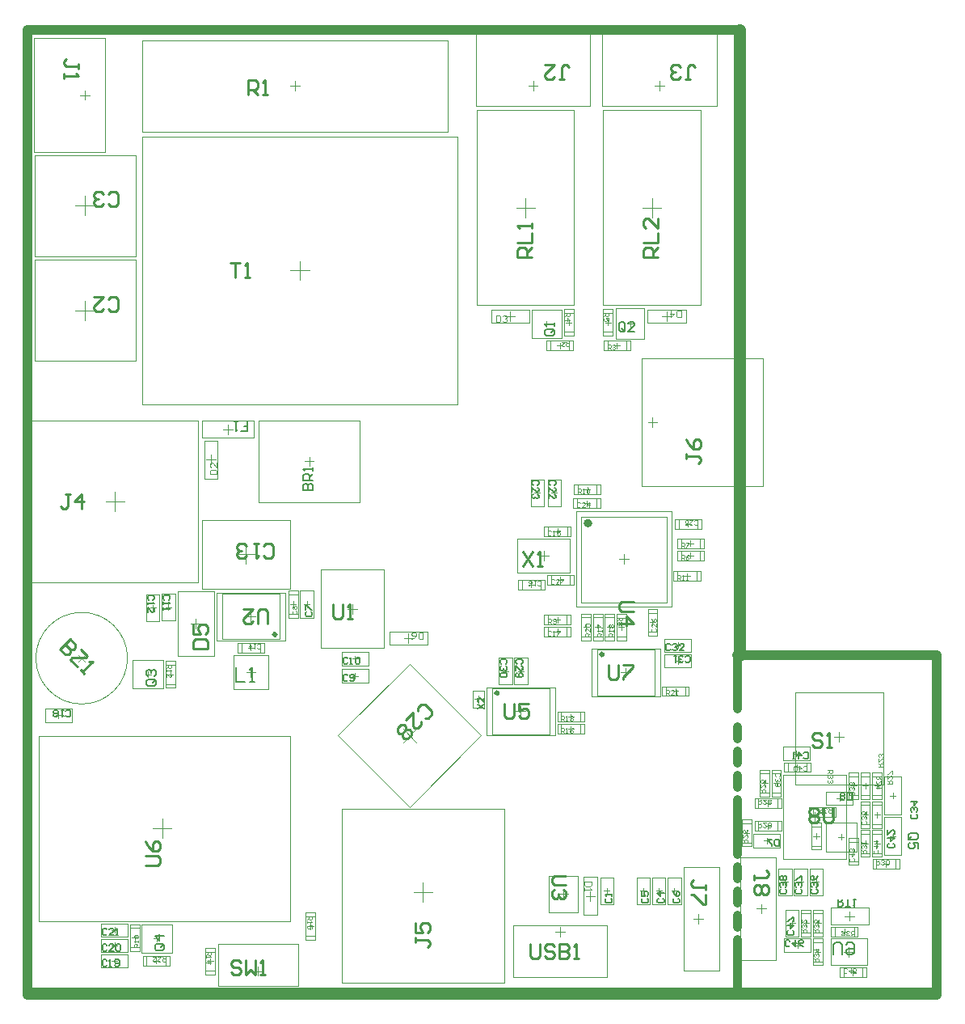
<source format=gko>
G04*
G04 #@! TF.GenerationSoftware,Altium Limited,Altium Designer,22.7.1 (60)*
G04*
G04 Layer_Color=16711935*
%FSLAX25Y25*%
%MOIN*%
G70*
G04*
G04 #@! TF.SameCoordinates,8F3D338C-3F21-4459-BB37-C929D6ECBF1C*
G04*
G04*
G04 #@! TF.FilePolarity,Positive*
G04*
G01*
G75*
%ADD10C,0.00787*%
%ADD11C,0.01968*%
%ADD14C,0.00394*%
%ADD16C,0.01575*%
%ADD17C,0.00591*%
%ADD18C,0.01000*%
%ADD20C,0.00866*%
%ADD21C,0.04000*%
%ADD22C,0.03500*%
%ADD23C,0.05000*%
D10*
X113682Y205494D02*
X117618D01*
Y207462D01*
X116962Y208118D01*
X116306D01*
X115650Y207462D01*
Y205494D01*
Y207462D01*
X114994Y208118D01*
X114338D01*
X113682Y207462D01*
Y205494D01*
X117618Y209430D02*
X113682D01*
Y211398D01*
X114338Y212054D01*
X115650D01*
X116306Y211398D01*
Y209430D01*
Y210742D02*
X117618Y212054D01*
Y213366D02*
Y214677D01*
Y214021D01*
X113682D01*
X114338Y213366D01*
X87829Y229708D02*
X90453D01*
Y231676D01*
X89141D01*
X90453D01*
Y233644D01*
X86517D02*
X85205D01*
X85861D01*
Y229708D01*
X86517Y230364D01*
X85720Y132485D02*
Y126582D01*
X89655D01*
X91623D02*
X93591D01*
X92607D01*
Y132485D01*
X91623Y131501D01*
X52134Y127434D02*
X49510D01*
X48855Y126778D01*
Y125466D01*
X49510Y124810D01*
X52134D01*
X52790Y125466D01*
Y126778D01*
X51478Y126122D02*
X52790Y127434D01*
Y126778D02*
X52134Y127434D01*
X49510Y128746D02*
X48855Y129402D01*
Y130714D01*
X49510Y131370D01*
X50166D01*
X50822Y130714D01*
Y130058D01*
Y130714D01*
X51478Y131370D01*
X52134D01*
X52790Y130714D01*
Y129402D01*
X52134Y128746D01*
X246325Y271504D02*
Y274128D01*
X245669Y274784D01*
X244357D01*
X243701Y274128D01*
Y271504D01*
X244357Y270848D01*
X245669D01*
X245013Y272160D02*
X246325Y270848D01*
X245669D02*
X246325Y271504D01*
X250260Y270848D02*
X247637D01*
X250260Y273472D01*
Y274128D01*
X249605Y274784D01*
X248293D01*
X247637Y274128D01*
X216490Y271897D02*
X213866D01*
X213210Y271241D01*
Y269930D01*
X213866Y269274D01*
X216490D01*
X217146Y269930D01*
Y271241D01*
X215834Y270585D02*
X217146Y271897D01*
Y271241D02*
X216490Y271897D01*
X217146Y273209D02*
Y274521D01*
Y273865D01*
X213210D01*
X213866Y273209D01*
X55643Y18542D02*
X53019D01*
X52364Y17886D01*
Y16574D01*
X53019Y15918D01*
X55643D01*
X56299Y16574D01*
Y17886D01*
X54987Y17230D02*
X56299Y18542D01*
Y17886D02*
X55643Y18542D01*
X56299Y21822D02*
X52364D01*
X54331Y19854D01*
Y22478D01*
X363943Y61589D02*
X366567D01*
X367223Y62245D01*
Y63557D01*
X366567Y64213D01*
X363943D01*
X363287Y63557D01*
Y62245D01*
X364599Y62901D02*
X363287Y61589D01*
Y62245D02*
X363943Y61589D01*
X367223Y57653D02*
Y60277D01*
X365255D01*
X365911Y58965D01*
Y58309D01*
X365255Y57653D01*
X363943D01*
X363287Y58309D01*
Y59621D01*
X363943Y60277D01*
X332283Y13969D02*
Y18233D01*
X333136Y19085D01*
X334842D01*
X335694Y18233D01*
Y13969D01*
X337400Y18233D02*
X338253Y19085D01*
X339958D01*
X340811Y18233D01*
Y14821D01*
X339958Y13969D01*
X338253D01*
X337400Y14821D01*
Y15674D01*
X338253Y16527D01*
X340811D01*
D11*
X231791Y191831D02*
G03*
X231791Y191831I-787J0D01*
G01*
D14*
X263198Y124606D02*
X271072D01*
X263198Y120669D02*
X271072D01*
Y124606D01*
X263198Y120669D02*
Y124606D01*
X219963Y113969D02*
X227837D01*
X219963Y110032D02*
X227837D01*
Y113969D01*
X219963Y110032D02*
Y113969D01*
Y108968D02*
X227837D01*
X219963Y105031D02*
X227837D01*
Y108968D01*
X219963Y105031D02*
Y108968D01*
X215739Y170468D02*
X223613D01*
X215739Y166531D02*
X223613D01*
Y170468D01*
X215739Y166531D02*
Y170468D01*
X269390Y181535D02*
Y185473D01*
X277264Y181535D02*
Y185473D01*
X269390Y181535D02*
X277264D01*
X269390Y185473D02*
X277264D01*
X269390Y176535D02*
Y180472D01*
X277264Y176535D02*
Y180472D01*
X269390Y176535D02*
X277264D01*
X269390Y180472D02*
X277264D01*
X80208Y143978D02*
Y162876D01*
X103830Y143978D02*
Y162876D01*
X80208D02*
X103830D01*
X80208Y143978D02*
X103830D01*
X107457Y154501D02*
X111394D01*
X107457Y162375D02*
X111394D01*
Y154501D02*
Y162375D01*
X107457Y154501D02*
Y162375D01*
X95956Y138500D02*
Y142437D01*
X88082Y138500D02*
Y142437D01*
X95956D01*
X88082Y138500D02*
X95956D01*
X56845Y133472D02*
X60782D01*
X56845Y125598D02*
X60782D01*
X56845D02*
Y133472D01*
X60782Y125598D02*
Y133472D01*
X215131Y104921D02*
Y123819D01*
X191509Y104921D02*
Y123819D01*
Y104921D02*
X215131D01*
X191509Y123819D02*
X215131D01*
X226763Y207668D02*
X234637D01*
X226763Y203731D02*
X234637D01*
Y207668D01*
X226763Y203731D02*
Y207668D01*
X226574Y198031D02*
Y201969D01*
X234448Y198031D02*
Y201969D01*
X226574Y198031D02*
X234448D01*
X226574Y201969D02*
X234448D01*
X263686Y159162D02*
Y194604D01*
X228241Y159162D02*
Y194604D01*
Y159162D02*
X263686D01*
X228241Y194604D02*
X263686D01*
X214563Y186538D02*
Y190474D01*
X222437Y186538D02*
Y190474D01*
X214563Y186538D02*
X222437D01*
X214563Y190474D02*
X222437D01*
X203713Y164526D02*
X211587D01*
X203713Y168463D02*
X211587D01*
X203713Y164526D02*
Y168463D01*
X211587Y164526D02*
Y168463D01*
X214476Y153987D02*
X222350D01*
X214476Y150050D02*
X222350D01*
Y153987D01*
X214476Y150050D02*
Y153987D01*
Y145219D02*
Y149155D01*
X222350Y145219D02*
Y149155D01*
X214476Y145219D02*
X222350D01*
X214476Y149155D02*
X222350D01*
X237983Y145079D02*
Y152953D01*
X241920Y145079D02*
Y152953D01*
X237983D02*
X241920D01*
X237983Y145079D02*
X241920D01*
X233152D02*
Y152953D01*
X237089Y145079D02*
Y152953D01*
X233152D02*
X237089D01*
X233152Y145079D02*
X237089D01*
X228320D02*
Y152953D01*
X232257Y145079D02*
Y152953D01*
X228320D02*
X232257D01*
X228320Y145079D02*
X232257D01*
X246752Y145063D02*
Y152937D01*
X242815Y145063D02*
Y152937D01*
Y145063D02*
X246752D01*
X242815Y152937D02*
X246752D01*
X258366Y120857D02*
Y139755D01*
X234744Y120857D02*
Y139755D01*
Y120857D02*
X258366D01*
X234744Y139755D02*
X258366D01*
X255709Y147038D02*
X259646D01*
X255709Y154912D02*
X259646D01*
Y147038D02*
Y154912D01*
X255709Y147038D02*
Y154912D01*
X267922Y172047D02*
X275796D01*
X267922Y168110D02*
X275796D01*
Y172047D01*
X267922Y168110D02*
Y172047D01*
X276287Y189532D02*
Y193469D01*
X268413Y189532D02*
Y193469D01*
X276287D01*
X268413Y189532D02*
X276287D01*
X239063Y263064D02*
Y267001D01*
X246937Y263064D02*
Y267001D01*
X239063Y263064D02*
X246937D01*
X239063Y267001D02*
X246937D01*
X237294Y278526D02*
X241231D01*
X237294Y270652D02*
X241231D01*
X237294D02*
Y278526D01*
X241231Y270652D02*
Y278526D01*
X221190D02*
X225127D01*
X221190Y270652D02*
X225127D01*
X221190D02*
Y278526D01*
X225127Y270652D02*
Y278526D01*
X223326Y263064D02*
Y267001D01*
X215452Y263064D02*
Y267001D01*
X223326D01*
X215452Y263064D02*
X223326D01*
X42135Y17126D02*
Y25000D01*
X46072Y17126D02*
Y25000D01*
X42135D02*
X46072D01*
X42135Y17126D02*
X46072D01*
X49016Y9512D02*
X56890D01*
X49016Y13449D02*
X56890D01*
X49016Y9512D02*
Y13449D01*
X56890Y9512D02*
Y13449D01*
X77165Y7382D02*
Y15256D01*
X73228Y7382D02*
Y15256D01*
Y7382D02*
X77165D01*
X73228Y15256D02*
X77165D01*
X118602Y21850D02*
Y29724D01*
X114665Y21850D02*
Y29724D01*
Y21850D02*
X118602D01*
X114665Y29724D02*
X118602D01*
X323232Y66737D02*
X327168D01*
X323232Y58863D02*
X327168D01*
X323232D02*
Y66737D01*
X327168Y58863D02*
Y66737D01*
X323713Y70912D02*
X331587D01*
X323713Y74849D02*
X331587D01*
X323713Y70912D02*
Y74849D01*
X331587Y70912D02*
Y74849D01*
X298416Y60263D02*
Y68137D01*
X294479Y60263D02*
Y68137D01*
X298416D01*
X294479Y60263D02*
X298416D01*
X301271Y65032D02*
Y68969D01*
X309145Y65032D02*
Y68969D01*
X301271D02*
X309145D01*
X301271Y65032D02*
X309145D01*
X301271Y74401D02*
Y78338D01*
X309145Y74401D02*
Y78338D01*
X301271D02*
X309145D01*
X301271Y74401D02*
X309145D01*
X301894Y80808D02*
X305831D01*
X301894Y88682D02*
X305831D01*
X301894Y80808D02*
Y88682D01*
X305831Y80808D02*
Y88682D01*
X306726Y80808D02*
Y88682D01*
X310663Y80808D02*
Y88682D01*
X306726Y80808D02*
X310663D01*
X306726Y88682D02*
X310663D01*
X313386Y93274D02*
X321260D01*
X313386Y89337D02*
X321260D01*
X313386D02*
Y93274D01*
X321260Y89337D02*
Y93274D01*
X352264Y55879D02*
Y63753D01*
X348327Y55879D02*
Y63753D01*
X352264D01*
X348327Y55879D02*
X352264D01*
X347343Y67797D02*
Y75671D01*
X343406Y67797D02*
Y75671D01*
X347343D01*
X343406Y67797D02*
X347343D01*
X348237D02*
X352174D01*
X348237Y75671D02*
X352174D01*
X348237Y67797D02*
Y75671D01*
X352174Y67797D02*
Y75671D01*
X342487Y79716D02*
Y87590D01*
X338550Y79716D02*
Y87590D01*
X342487D01*
X338550Y79716D02*
X342487D01*
X343406D02*
X347343D01*
X343406Y87590D02*
X347343D01*
X343406Y79716D02*
Y87590D01*
X347343Y79716D02*
Y87590D01*
X348237Y87598D02*
X352174D01*
X348237Y79724D02*
X352174D01*
Y87598D01*
X348237Y79724D02*
Y87598D01*
X342511Y52560D02*
Y60434D01*
X338574Y52560D02*
Y60434D01*
X342511D01*
X338574Y52560D02*
X342511D01*
X343406Y55879D02*
X347343D01*
X343406Y63753D02*
X347343D01*
X343406Y55879D02*
Y63753D01*
X347343Y55879D02*
Y63753D01*
X350000Y49472D02*
Y53409D01*
X357874Y49472D02*
Y53409D01*
X350000D02*
X357874D01*
X350000Y49472D02*
X357874D01*
X318907Y23130D02*
X322844D01*
X318907Y31004D02*
X322844D01*
X318907Y23130D02*
Y31004D01*
X322844Y23130D02*
Y31004D01*
X323926Y23130D02*
X327863D01*
X323926Y31004D02*
X327863D01*
X323926Y23130D02*
Y31004D01*
X327863Y23130D02*
Y31004D01*
X323828Y11211D02*
X327765D01*
X323828Y19085D02*
X327765D01*
X323828Y11211D02*
Y19085D01*
X327765Y11211D02*
Y19085D01*
X340748Y21555D02*
Y25492D01*
X332874Y21555D02*
Y25492D01*
Y21555D02*
X340748D01*
X332874Y25492D02*
X340748D01*
X336417Y4748D02*
X344291D01*
X336417Y8685D02*
X344291D01*
Y4748D02*
Y8685D01*
X336417Y4748D02*
Y8685D01*
X41106Y136203D02*
G03*
X41106Y136203I-18898J0D01*
G01*
X316535Y84153D02*
Y121949D01*
Y84153D02*
X352756D01*
Y121949D01*
X316535D02*
X352756D01*
X332677Y103839D02*
X336614D01*
X334646Y101870D02*
Y105807D01*
X108150Y27836D02*
Y104215D01*
X4606D02*
X108150D01*
X4606Y27836D02*
X108150D01*
X4606D02*
Y104215D01*
X51457Y66026D02*
X59331D01*
X55394Y62089D02*
Y69963D01*
X236811Y363780D02*
X284055D01*
X236811D02*
Y393307D01*
X284055D01*
Y363780D02*
Y393307D01*
X258465Y372047D02*
X262402D01*
X260433Y370079D02*
Y374016D01*
X184744Y363780D02*
X231988D01*
X184744D02*
Y393307D01*
X231988D01*
Y363780D02*
Y393307D01*
X206398Y372047D02*
X210335D01*
X208366Y370079D02*
Y374016D01*
X261623Y124606D02*
X272647D01*
Y120669D02*
Y124606D01*
X261623Y120669D02*
X272647D01*
X261623D02*
Y124606D01*
X267135Y121457D02*
Y123819D01*
X265954Y122638D02*
X268316D01*
X268135Y140319D02*
Y142681D01*
X266954Y141500D02*
X269316D01*
X262623Y144256D02*
X273647D01*
Y138744D02*
Y144256D01*
X262623Y138744D02*
X273647D01*
X262623D02*
Y144256D01*
X268135Y133912D02*
Y136275D01*
X266954Y135093D02*
X269316D01*
X262623Y132338D02*
X273647D01*
X262623D02*
Y137849D01*
X273647D01*
Y132338D02*
Y137849D01*
X218388Y113969D02*
X229412D01*
Y110032D02*
Y113969D01*
X218388Y110032D02*
X229412D01*
X218388D02*
Y113969D01*
X223900Y110819D02*
Y113181D01*
X222719Y112000D02*
X225081D01*
X218388Y108968D02*
X229412D01*
Y105031D02*
Y108968D01*
X218388Y105031D02*
X229412D01*
X218388D02*
Y108968D01*
X223900Y105819D02*
Y108181D01*
X222719Y107000D02*
X225081D01*
X270571Y50000D02*
X285138D01*
X270571Y7480D02*
Y50000D01*
Y7480D02*
X285138D01*
Y50000D01*
X276476Y26772D02*
Y30709D01*
X274508Y28740D02*
X278445D01*
X159055Y39764D02*
X166929D01*
X162992Y35827D02*
Y43701D01*
X129528Y2362D02*
Y16142D01*
Y2362D02*
X196457D01*
Y74016D01*
X129528D02*
X196457D01*
X129528Y16142D02*
Y74016D01*
X212900Y176532D02*
X212900Y180468D01*
X210931Y178500D02*
X214868Y178500D01*
X201876Y171414D02*
Y185587D01*
Y171414D02*
X223530D01*
Y185587D01*
X201876D02*
X223530D01*
X218495Y168500D02*
X220857D01*
X219676Y167319D02*
Y169681D01*
X214164Y166531D02*
Y170468D01*
Y166531D02*
X225188D01*
Y170468D01*
X214164D02*
X225188D01*
X129488Y133244D02*
Y138756D01*
Y133244D02*
X140512D01*
Y138756D01*
X129488D02*
X140512D01*
X133819Y136000D02*
X136181D01*
X135000Y134819D02*
Y137181D01*
X129488Y126157D02*
Y131669D01*
Y126157D02*
X140512D01*
Y131669D01*
X129488D02*
X140512D01*
X133819Y128913D02*
X136181D01*
X135000Y127732D02*
Y130095D01*
X20817Y134811D02*
X23600Y137595D01*
X20817Y137595D02*
X23600Y134811D01*
X272146Y183504D02*
X274508D01*
X273327Y182323D02*
Y184685D01*
X267815Y181535D02*
Y185473D01*
Y181535D02*
X278839D01*
Y185473D01*
X267815D02*
X278839D01*
X272146Y178504D02*
X274508D01*
X273327Y177323D02*
Y179685D01*
X267815Y176535D02*
Y180472D01*
Y176535D02*
X278839D01*
Y180472D01*
X267815D02*
X278839D01*
X95177Y200376D02*
Y234234D01*
X136909D01*
Y200376D02*
Y234234D01*
X95177Y200376D02*
X136909D01*
X116043Y215336D02*
Y219273D01*
X114075Y217305D02*
X118012D01*
X82579Y228526D02*
Y232463D01*
X80610Y230494D02*
X84547D01*
X87697Y226951D02*
X93209D01*
Y234037D01*
X71949D02*
X93209D01*
X71949Y226951D02*
Y234037D01*
Y226951D02*
X87697D01*
X72835Y216437D02*
Y225886D01*
X78346D01*
Y210138D02*
Y225886D01*
X72835Y210138D02*
X78346D01*
X72835D02*
Y216437D01*
X75591Y216043D02*
Y219980D01*
X73622Y218012D02*
X77559D01*
X61793Y137106D02*
Y163878D01*
Y137106D02*
X76754D01*
Y163878D01*
X61793D02*
X76754D01*
X69274Y148524D02*
Y152461D01*
X67305Y150492D02*
X71242D01*
X56765Y157194D02*
X59127D01*
X57946Y156013D02*
Y158375D01*
X60702Y151682D02*
Y162706D01*
X55190Y151682D02*
X60702D01*
X55190D02*
Y162706D01*
X60702D01*
X50358Y157087D02*
X52720D01*
X51539Y155905D02*
Y158268D01*
X54295Y151575D02*
Y162598D01*
X48783Y151575D02*
X54295D01*
X48783D02*
Y162598D01*
X54295D01*
X84932Y137605D02*
X99105D01*
Y123432D02*
Y137605D01*
X84932Y123432D02*
X99105D01*
X84932D02*
Y137605D01*
X92019Y128550D02*
Y132487D01*
X90050Y130519D02*
X93987D01*
X86015Y179018D02*
X93889D01*
X89952Y175081D02*
Y182955D01*
X108062Y164845D02*
Y193191D01*
X71842D02*
X108062D01*
X71842Y164845D02*
Y193191D01*
Y164845D02*
X108062D01*
X90050Y153427D02*
X93987D01*
X92019Y151459D02*
Y155396D01*
X77845Y143585D02*
X106192D01*
Y152640D01*
Y163270D01*
X77845D02*
X106192D01*
X77845Y143585D02*
Y163270D01*
X149126Y141744D02*
X158575D01*
X149126D02*
Y147256D01*
X164874D01*
Y141744D02*
Y147256D01*
X158575Y141744D02*
X164874D01*
X155031Y144500D02*
X158968D01*
X157000Y142532D02*
Y146468D01*
X120973Y140426D02*
Y172710D01*
Y140426D02*
X146958D01*
Y172710D01*
X120973D02*
X146958D01*
X131997Y156568D02*
X135934D01*
X133966Y154599D02*
Y158536D01*
X113919Y158438D02*
X116281D01*
X115100Y157257D02*
Y159619D01*
X112345Y152926D02*
Y163950D01*
X117856D01*
Y152926D02*
Y163950D01*
X112345Y152926D02*
X117856D01*
X107457D02*
Y163950D01*
X111394D01*
Y152926D02*
Y163950D01*
X107457Y152926D02*
X111394D01*
X108244Y158438D02*
X110606D01*
X109425Y157257D02*
Y159619D01*
X86507Y138500D02*
X97531D01*
X86507D02*
Y142437D01*
X97531D01*
Y138500D02*
Y142437D01*
X92019Y139287D02*
Y141649D01*
X90838Y140469D02*
X93200D01*
X58814Y128354D02*
Y130716D01*
X57633Y129535D02*
X59995D01*
X56845Y135046D02*
X60782D01*
X56845Y124023D02*
Y135046D01*
Y124023D02*
X60782D01*
Y135046D01*
X43341Y123629D02*
Y135440D01*
X55940D01*
Y123629D02*
Y135440D01*
X43341Y123629D02*
X55940D01*
X49641Y128354D02*
Y130716D01*
X48460Y129535D02*
X50822D01*
X18110Y109914D02*
Y115426D01*
X7087D02*
X18110D01*
X7087Y109914D02*
Y115426D01*
Y109914D02*
X18110D01*
X11417Y112670D02*
X13780D01*
X12598Y111489D02*
Y113851D01*
X154696Y107115D02*
X160264Y101547D01*
X154696D02*
X160264Y107115D01*
X157480Y74822D02*
X186989Y104331D01*
X127971D02*
X157480Y74822D01*
X127971Y104331D02*
X157480Y133840D01*
X186989Y104331D01*
X183537Y115748D02*
X188261D01*
Y122835D01*
X183537D02*
X188261D01*
X183537Y115748D02*
Y122835D01*
X185899Y117717D02*
Y120866D01*
X184324Y119291D02*
X187474D01*
X201352Y114370D02*
X205289D01*
X203320Y112401D02*
Y116339D01*
X189147Y124213D02*
X217493D01*
X189147Y115157D02*
Y124213D01*
Y104527D02*
Y115157D01*
Y104527D02*
X217493D01*
Y124213D01*
X202264Y130816D02*
X204626D01*
X203445Y129635D02*
Y131997D01*
X206201Y125304D02*
Y136328D01*
X200689Y125304D02*
X206201D01*
X200689D02*
Y136328D01*
X206201D01*
X195857Y130816D02*
X198219D01*
X197038Y129635D02*
Y131997D01*
X199794Y125304D02*
Y136328D01*
X194282Y125304D02*
X199794D01*
X194282D02*
Y136328D01*
X199794D01*
X225188Y207668D02*
X236212D01*
Y203731D02*
Y207668D01*
X225188Y203731D02*
X236212D01*
X225188D02*
Y207668D01*
X230700Y204519D02*
Y206881D01*
X229519Y205700D02*
X231881D01*
X225000Y201969D02*
X236023D01*
Y198031D02*
Y201969D01*
X225000Y198031D02*
X236023D01*
X225000D02*
Y201969D01*
X230511Y198819D02*
Y201181D01*
X229330Y200000D02*
X231693D01*
X226083Y196752D02*
X265453D01*
X226083Y157382D02*
Y196752D01*
Y157382D02*
X265453D01*
Y196752D01*
X243799Y177067D02*
X247736D01*
X245768Y175098D02*
Y179035D01*
X215944Y204429D02*
X218306D01*
X217125Y203248D02*
Y205610D01*
X219881Y198917D02*
Y209941D01*
X214369Y198917D02*
X219881D01*
X214369D02*
Y209941D01*
X219881D01*
X208957Y204429D02*
X211319D01*
X210138Y203248D02*
Y205610D01*
X212894Y198917D02*
Y209941D01*
X207382Y198917D02*
X212894D01*
X207382D02*
Y209941D01*
X212894D01*
X212988Y190474D02*
X224012D01*
Y186538D02*
Y190474D01*
X212988Y186538D02*
X224012D01*
X212988D02*
Y190474D01*
X218500Y187325D02*
Y189687D01*
X217319Y188506D02*
X219681D01*
X206469Y166494D02*
X208831D01*
X207650Y165313D02*
Y167675D01*
X213162Y164526D02*
Y168463D01*
X202138D02*
X213162D01*
X202138Y164526D02*
Y168463D01*
Y164526D02*
X213162D01*
X212901Y153987D02*
X223925D01*
Y150050D02*
Y153987D01*
X212901Y150050D02*
X223925D01*
X212901D02*
Y153987D01*
X218413Y150838D02*
Y153200D01*
X217232Y152019D02*
X219595D01*
X212901Y149155D02*
X223925D01*
Y145219D02*
Y149155D01*
X212901Y145219D02*
X223925D01*
X212901D02*
Y149155D01*
X218413Y146006D02*
Y148368D01*
X217232Y147187D02*
X219595D01*
X237983Y143504D02*
Y154528D01*
X241920D01*
Y143504D02*
Y154528D01*
X237983Y143504D02*
X241920D01*
X238771Y149016D02*
X241133D01*
X239952Y147835D02*
Y150197D01*
X233152Y143504D02*
Y154528D01*
X237089D01*
Y143504D02*
Y154528D01*
X233152Y143504D02*
X237089D01*
X233939Y149016D02*
X236301D01*
X235120Y147835D02*
Y150197D01*
X228320Y143504D02*
Y154528D01*
X232257D01*
Y143504D02*
Y154528D01*
X228320Y143504D02*
X232257D01*
X229107Y149016D02*
X231469D01*
X230288Y147835D02*
Y150197D01*
X246752Y143488D02*
Y154512D01*
X242815Y143488D02*
X246752D01*
X242815D02*
Y154512D01*
X246752D01*
X243602Y149000D02*
X245965D01*
X244783Y147819D02*
Y150181D01*
X244587Y130306D02*
X248524D01*
X246555Y128338D02*
Y132275D01*
X232382Y140149D02*
X260728D01*
X232382Y131094D02*
Y140149D01*
Y120464D02*
Y131094D01*
Y120464D02*
X260728D01*
Y140149D01*
X255709Y145464D02*
Y156487D01*
X259646D01*
Y145464D02*
Y156487D01*
X255709Y145464D02*
X259646D01*
X256496Y150975D02*
X258858D01*
X257677Y149794D02*
Y152156D01*
X266347Y172047D02*
X277371D01*
Y168110D02*
Y172047D01*
X266347Y168110D02*
X277371D01*
X266347D02*
Y172047D01*
X271859Y168898D02*
Y171260D01*
X270678Y170079D02*
X273040D01*
X266838Y189532D02*
X277862D01*
X266838D02*
Y193469D01*
X277862D01*
Y189532D02*
Y193469D01*
X272350Y190319D02*
Y192681D01*
X271169Y191500D02*
X273531D01*
X242520Y280297D02*
X254331D01*
Y267699D02*
Y280297D01*
X242520Y267699D02*
X254331D01*
X242520D02*
Y280297D01*
X247244Y273998D02*
X249606D01*
X248425Y272817D02*
Y275179D01*
X253346Y211023D02*
Y259842D01*
X303346D01*
Y207086D02*
Y259842D01*
X253346Y207086D02*
X303346D01*
X253346D02*
Y211023D01*
X257677Y231496D02*
Y235433D01*
X255709Y233465D02*
X259646D01*
X241819Y265033D02*
X244181D01*
X243000Y263851D02*
Y266213D01*
X237488Y263064D02*
Y267001D01*
Y263064D02*
X248512D01*
Y267001D01*
X237488D02*
X248512D01*
X239263Y273407D02*
Y275769D01*
X238082Y274588D02*
X240444D01*
X237294Y280100D02*
X241231D01*
X237294Y269077D02*
Y280100D01*
Y269077D02*
X241231D01*
Y280100D01*
X263493Y275179D02*
Y279116D01*
X261525Y277148D02*
X265462D01*
X265068Y274392D02*
X271367D01*
Y279904D01*
X255619D02*
X271367D01*
X255619Y274392D02*
Y279904D01*
Y274392D02*
X265068D01*
X237264Y281723D02*
Y362038D01*
X277421D01*
Y281723D02*
Y362038D01*
X237264Y281723D02*
X277421D01*
X257382Y317905D02*
Y325779D01*
X253445Y321842D02*
X261319D01*
X185197Y281723D02*
Y362038D01*
X225354D01*
Y281723D02*
Y362038D01*
X185197Y281723D02*
X225354D01*
X205315Y317905D02*
Y325779D01*
X201378Y321842D02*
X209252D01*
X223158Y273408D02*
Y275770D01*
X221977Y274588D02*
X224340D01*
X221190Y280100D02*
X225127D01*
X221190Y269077D02*
Y280100D01*
Y269077D02*
X225127D01*
Y280100D01*
X218208Y265032D02*
X220570D01*
X219389Y263851D02*
Y266213D01*
X224901Y263064D02*
Y267001D01*
X213878D02*
X224901D01*
X213878Y263064D02*
Y267001D01*
Y263064D02*
X224901D01*
X207697Y268092D02*
Y279904D01*
X220295D01*
Y268092D02*
Y279904D01*
X207697Y268092D02*
X220295D01*
X213996Y272817D02*
Y275179D01*
X212815Y273998D02*
X215177D01*
X198928Y275179D02*
Y279116D01*
X196960Y277148D02*
X200897D01*
X191054Y279904D02*
X197353D01*
X191054Y274392D02*
Y279904D01*
Y274392D02*
X206802D01*
Y279904D01*
X197353D02*
X206802D01*
X112205Y292019D02*
Y299893D01*
X108268Y295956D02*
X116142D01*
X47244Y351074D02*
X177165D01*
Y240838D02*
Y351074D01*
X47244Y240838D02*
X177165D01*
X47244D02*
Y351074D01*
X110236Y370079D02*
Y374016D01*
X108268Y372047D02*
X112205D01*
X47244Y390945D02*
X67717D01*
X47244Y353150D02*
Y390945D01*
Y353150D02*
X173228D01*
Y390945D01*
X67717D02*
X173228D01*
X31890Y344646D02*
Y391890D01*
X2362Y344646D02*
X31890D01*
X2362D02*
Y391890D01*
X31890D01*
X23622Y366299D02*
Y370236D01*
X21654Y368268D02*
X25591D01*
X23622Y318751D02*
Y326625D01*
X19685Y322688D02*
X27559D01*
X2756Y301822D02*
X44488D01*
X2756D02*
Y343554D01*
X44488D01*
Y301822D02*
Y343554D01*
X23622Y275590D02*
Y283465D01*
X19685Y279528D02*
X27559D01*
X2756Y258661D02*
X44488D01*
X2756D02*
Y300394D01*
X44488D01*
Y258661D02*
Y300394D01*
X12357Y234234D02*
X70231D01*
Y167305D02*
Y234234D01*
X-1422Y167305D02*
X70231D01*
X-1422D02*
Y234234D01*
X12357D01*
X32042Y200770D02*
X39916D01*
X35979Y196833D02*
Y204707D01*
X35728Y23005D02*
Y25367D01*
X34547Y24186D02*
X36909D01*
X30217Y26942D02*
X41240D01*
Y21430D02*
Y26942D01*
X30217Y21430D02*
X41240D01*
X30217D02*
Y26942D01*
X35728Y16598D02*
Y18961D01*
X34547Y17779D02*
X36909D01*
X30217Y20535D02*
X41240D01*
Y15024D02*
Y20535D01*
X30217Y15024D02*
X41240D01*
X30217D02*
Y20535D01*
Y8617D02*
Y14129D01*
Y8617D02*
X41240D01*
Y14129D01*
X30217D02*
X41240D01*
X34547Y11373D02*
X36909D01*
X35728Y10192D02*
Y12554D01*
X42135Y15551D02*
Y26575D01*
X46072D01*
Y15551D02*
Y26575D01*
X42135Y15551D02*
X46072D01*
X42922Y21063D02*
X45284D01*
X44103Y19882D02*
Y22244D01*
X51969Y20643D02*
X54331D01*
X53150Y19462D02*
Y21824D01*
X46850Y14737D02*
X59449D01*
Y26548D01*
X46850D02*
X59449D01*
X46850Y14737D02*
Y26548D01*
X47441Y9512D02*
X58465D01*
X47441D02*
Y13449D01*
X58465D01*
Y9512D02*
Y13449D01*
X52953Y10299D02*
Y12661D01*
X51772Y11480D02*
X54134D01*
X77165Y5807D02*
Y16831D01*
X73228Y5807D02*
X77165D01*
X73228D02*
Y16831D01*
X77165D01*
X74016Y11319D02*
X76378D01*
X75197Y10138D02*
Y12500D01*
X94775Y5413D02*
Y8957D01*
X93003Y7185D02*
X96546D01*
X78436Y1280D02*
Y18406D01*
Y1280D02*
X111507D01*
Y18406D01*
X78436D02*
X111507D01*
X118602Y20275D02*
Y31299D01*
X114665Y20275D02*
X118602D01*
X114665D02*
Y31299D01*
X118602D01*
X115453Y25787D02*
X117815D01*
X116634Y24606D02*
Y26968D01*
X218799Y26083D02*
X238878D01*
Y4823D02*
Y26083D01*
X200295Y4823D02*
X238878D01*
X200295D02*
Y26083D01*
X218799D01*
X217618Y23327D02*
X221555D01*
X219587Y21358D02*
Y25295D01*
X218898Y38976D02*
X222835D01*
X220866Y37008D02*
Y40945D01*
X214961Y46457D02*
X226772D01*
X214961Y31496D02*
Y46457D01*
Y31496D02*
X226772D01*
Y46457D01*
X234753Y30315D02*
Y39764D01*
X229241Y30315D02*
X234753D01*
X229241D02*
Y46063D01*
X234753D01*
Y39764D02*
Y46063D01*
X231997Y36220D02*
Y40157D01*
X230029Y38189D02*
X233966D01*
X237598Y40354D02*
X239961D01*
X238780Y39173D02*
Y41535D01*
X236024Y34843D02*
Y45866D01*
X241535D01*
Y34843D02*
Y45866D01*
X236024Y34843D02*
X241535D01*
X252631Y40354D02*
X254993D01*
X253812Y39173D02*
Y41536D01*
X251056Y34843D02*
Y45866D01*
X256568D01*
Y34843D02*
Y45866D01*
X251056Y34843D02*
X256568D01*
X259037Y40354D02*
X261400D01*
X260218Y39173D02*
Y41536D01*
X257463Y34843D02*
Y45866D01*
X262974D01*
Y34843D02*
Y45866D01*
X257463Y34843D02*
X262974D01*
X265444Y40354D02*
X267806D01*
X266625Y39173D02*
Y41536D01*
X263869Y34843D02*
Y45866D01*
X269381D01*
Y34843D02*
Y45866D01*
X263869Y34843D02*
X269381D01*
X325200Y61619D02*
Y63981D01*
X324019Y62800D02*
X326381D01*
X323232Y68312D02*
X327168D01*
X323232Y57288D02*
Y68312D01*
Y57288D02*
X327168D01*
Y68312D01*
X341754Y56595D02*
Y68406D01*
X329155Y56595D02*
X341754D01*
X329155D02*
Y68406D01*
X341754D01*
X335454Y61319D02*
Y63681D01*
X334273Y62500D02*
X336635D01*
X322138Y70912D02*
X333162D01*
X322138D02*
Y74849D01*
X333162D01*
Y70912D02*
Y74849D01*
X327650Y71700D02*
Y74062D01*
X326469Y72881D02*
X328831D01*
X334800Y77319D02*
Y79681D01*
X333619Y78500D02*
X335981D01*
X329288Y75744D02*
X340312D01*
X329288D02*
Y81256D01*
X340312D01*
Y75744D02*
Y81256D01*
X293799Y54232D02*
X308366D01*
Y11713D02*
Y54232D01*
X293799Y11713D02*
X308366D01*
X293799D02*
Y54232D01*
X302461Y31004D02*
Y34941D01*
X300492Y32972D02*
X304429D01*
X298416Y58688D02*
Y69712D01*
X294479D02*
X298416D01*
X294479Y58688D02*
Y69712D01*
Y58688D02*
X298416D01*
X295267Y64200D02*
X297629D01*
X296448Y63019D02*
Y65381D01*
X310335Y58244D02*
Y63756D01*
X299311Y58244D02*
X310335D01*
X299311D02*
Y63756D01*
X310335D01*
X303642Y61000D02*
X306004D01*
X304823Y59819D02*
Y62181D01*
X304027Y67000D02*
X306389D01*
X305208Y65819D02*
Y68181D01*
X299696Y65032D02*
Y68969D01*
X310719D01*
Y65032D02*
Y68969D01*
X299696Y65032D02*
X310719D01*
X304027Y76370D02*
X306389D01*
X305208Y75188D02*
Y77551D01*
X299696Y74401D02*
Y78338D01*
X310719D01*
Y74401D02*
Y78338D01*
X299696Y74401D02*
X310719D01*
X303863Y83563D02*
Y85926D01*
X302682Y84745D02*
X305044D01*
X301894Y79233D02*
X305831D01*
X301894D02*
Y90256D01*
X305831D01*
Y79233D02*
Y90256D01*
X308695Y83563D02*
Y85926D01*
X307514Y84745D02*
X309876D01*
X306726Y90256D02*
X310663D01*
Y79233D02*
Y90256D01*
X306726Y79233D02*
X310663D01*
X306726D02*
Y90256D01*
X316142Y91305D02*
X318504D01*
X317323Y90124D02*
Y92487D01*
X322835Y89337D02*
Y93274D01*
X311811Y89337D02*
X322835D01*
X311811D02*
Y93274D01*
X322835D01*
X337598Y53543D02*
Y88189D01*
X311614Y53543D02*
X337598D01*
X311614D02*
Y88189D01*
X337598D01*
X322638Y70866D02*
X326575D01*
X324606Y68898D02*
Y72835D01*
X322441Y94169D02*
Y99680D01*
X311417Y94169D02*
X322441D01*
X311417D02*
Y99680D01*
X322441D01*
X315748Y96925D02*
X318110D01*
X316929Y95743D02*
Y98106D01*
X350295Y58635D02*
Y60997D01*
X349114Y59816D02*
X351476D01*
X348327Y54304D02*
X352264D01*
X348327D02*
Y65328D01*
X352264D01*
Y54304D02*
Y65328D01*
X345374Y70553D02*
Y72915D01*
X344193Y71734D02*
X346555D01*
X343406Y66222D02*
X347343D01*
X343406D02*
Y77246D01*
X347343D01*
Y66222D02*
Y77246D01*
X350206Y70553D02*
Y72915D01*
X349025Y71734D02*
X351387D01*
X348237Y66222D02*
X352174D01*
X348237D02*
Y77246D01*
X352174D01*
Y66222D02*
Y77246D01*
X340518Y82471D02*
Y84834D01*
X339337Y83653D02*
X341699D01*
X338550Y78141D02*
X342487D01*
X338550D02*
Y89164D01*
X342487D01*
Y78141D02*
Y89164D01*
X345374Y82471D02*
Y84834D01*
X344193Y83653D02*
X346555D01*
X343406Y78141D02*
X347343D01*
X343406D02*
Y89164D01*
X347343D01*
Y78141D02*
Y89164D01*
X350206Y82480D02*
Y84843D01*
X349025Y83661D02*
X351387D01*
X348237Y89173D02*
X352174D01*
Y78149D02*
Y89173D01*
X348237Y78149D02*
X352174D01*
X348237D02*
Y89173D01*
X340542Y55315D02*
Y57678D01*
X339361Y56497D02*
X341723D01*
X338574Y50985D02*
X342511D01*
X338574D02*
Y62008D01*
X342511D01*
Y50985D02*
Y62008D01*
X345374Y58635D02*
Y60997D01*
X344193Y59816D02*
X346555D01*
X343406Y54304D02*
X347343D01*
X343406D02*
Y65328D01*
X347343D01*
Y54304D02*
Y65328D01*
X353171Y71662D02*
X360258D01*
X353171D02*
Y87411D01*
X360258D01*
Y71662D02*
Y87411D01*
X356714Y78355D02*
Y80718D01*
X355533Y79536D02*
X357895D01*
X353261Y55020D02*
X360347D01*
X353261D02*
Y70768D01*
X360347D01*
Y55020D02*
Y70768D01*
X356804Y61712D02*
Y64075D01*
X355623Y62894D02*
X357985D01*
X352756Y51441D02*
X355118D01*
X353937Y50260D02*
Y52622D01*
X348425Y49472D02*
Y53409D01*
X359448D01*
Y49472D02*
Y53409D01*
X348425Y49472D02*
X359448D01*
X309556Y38583D02*
X315068D01*
X309556D02*
Y49606D01*
X315068D01*
Y38583D02*
Y49606D01*
X312312Y42913D02*
Y45276D01*
X311131Y44094D02*
X313493D01*
X315963Y38583D02*
X321474D01*
X315963D02*
Y49606D01*
X321474D01*
Y38583D02*
Y49606D01*
X318719Y42913D02*
Y45276D01*
X317537Y44094D02*
X319900D01*
X322369Y38583D02*
X327881D01*
X322369D02*
Y49606D01*
X327881D01*
Y38583D02*
Y49606D01*
X325125Y42913D02*
Y45276D01*
X323944Y44094D02*
X326306D01*
X312500Y21555D02*
X318012D01*
X312500D02*
Y32579D01*
X318012D01*
Y21555D02*
Y32579D01*
X315256Y25886D02*
Y28248D01*
X314075Y27067D02*
X316437D01*
X320875Y25885D02*
Y28248D01*
X319694Y27067D02*
X322056D01*
X318907Y21555D02*
X322844D01*
X318907D02*
Y32578D01*
X322844D01*
Y21555D02*
Y32578D01*
X325895Y25885D02*
Y28248D01*
X324714Y27067D02*
X327076D01*
X323926Y21555D02*
X327863D01*
X323926D02*
Y32578D01*
X327863D01*
Y21555D02*
Y32578D01*
X311909Y15148D02*
Y20660D01*
X322933D01*
Y15148D02*
Y20660D01*
X311909Y15148D02*
X322933D01*
X316240Y17904D02*
X318602D01*
X317421Y16723D02*
Y19085D01*
X325796Y13967D02*
Y16329D01*
X324615Y15148D02*
X326977D01*
X323828Y9636D02*
X327765D01*
X323828D02*
Y20660D01*
X327765D01*
Y9636D02*
Y20660D01*
X335630Y23523D02*
X337992D01*
X336811Y22342D02*
Y24704D01*
X342323Y21555D02*
Y25492D01*
X331299Y21555D02*
X342323D01*
X331299D02*
Y25492D01*
X342323D01*
X331041Y26386D02*
Y33473D01*
X346789D01*
Y26386D02*
Y33473D01*
X331041Y26386D02*
X346789D01*
X336947Y29930D02*
X340884D01*
X338915Y27961D02*
Y31898D01*
X331102Y9636D02*
Y20660D01*
X346063D01*
Y9636D02*
Y20660D01*
X331102Y9636D02*
X346063D01*
X336614Y15148D02*
X340551D01*
X338583Y13180D02*
Y17117D01*
X339173Y6716D02*
X341535D01*
X340354Y5535D02*
Y7897D01*
X334843Y4748D02*
Y8685D01*
X345866D01*
Y4748D02*
Y8685D01*
X334843Y4748D02*
X345866D01*
X41106Y136203D02*
G03*
X41106Y136203I-18898J0D01*
G01*
X316535Y84153D02*
Y121949D01*
X352756Y84153D02*
Y121949D01*
X316535D02*
X352756D01*
X316535Y84153D02*
X352756D01*
X4606Y27836D02*
Y104215D01*
X108150D01*
Y27836D02*
Y104215D01*
X4606Y27836D02*
X108150D01*
X236811Y363780D02*
X284055D01*
X236811Y393307D02*
X284055D01*
X236811Y363780D02*
Y393307D01*
X284055Y363780D02*
Y393307D01*
X184744Y363780D02*
X231988D01*
X184744Y393307D02*
X231988D01*
X184744Y363780D02*
Y393307D01*
X231988Y363780D02*
Y393307D01*
X261623Y124606D02*
X272647D01*
Y120669D02*
Y124606D01*
X261623Y120669D02*
X272647D01*
X261623D02*
Y124606D01*
X262623Y138744D02*
X273647D01*
Y144256D01*
X262623D02*
X273647D01*
X262623Y138744D02*
Y144256D01*
Y137849D02*
X273647D01*
X262623Y132338D02*
Y137849D01*
Y132338D02*
X273647D01*
Y137849D01*
X218388Y113969D02*
X229412D01*
Y110032D02*
Y113969D01*
X218388Y110032D02*
X229412D01*
X218388D02*
Y113969D01*
Y108968D02*
X229412D01*
Y105031D02*
Y108968D01*
X218388Y105031D02*
X229412D01*
X218388D02*
Y108968D01*
X270571Y7480D02*
Y50000D01*
X285138Y7480D02*
Y50000D01*
X270571Y7480D02*
X285138D01*
X270571Y50000D02*
X285138D01*
X129528Y16142D02*
Y74016D01*
Y2362D02*
X196457D01*
X129528Y74016D02*
X196457D01*
Y2362D02*
Y74016D01*
X129528Y2362D02*
Y16142D01*
X201876Y185587D02*
X223530D01*
Y171414D02*
Y185587D01*
X201876Y171414D02*
Y185587D01*
Y171414D02*
X223530D01*
X214164Y166531D02*
Y170468D01*
Y166531D02*
X225188D01*
Y170468D01*
X214164D02*
X225188D01*
X129488Y133244D02*
Y138756D01*
X140512D01*
Y133244D02*
Y138756D01*
X129488Y133244D02*
X140512D01*
X129488Y126157D02*
Y131669D01*
X140512D01*
Y126157D02*
Y131669D01*
X129488Y126157D02*
X140512D01*
X267815Y181535D02*
Y185473D01*
Y181535D02*
X278839D01*
Y185473D01*
X267815D02*
X278839D01*
X267815Y176535D02*
Y180472D01*
Y176535D02*
X278839D01*
Y180472D01*
X267815D02*
X278839D01*
X136909Y200376D02*
Y234234D01*
X95177D02*
X136909D01*
X95177Y200376D02*
X136909D01*
X95177D02*
Y234234D01*
X71949Y226951D02*
Y234037D01*
X87697Y226951D02*
X93209D01*
Y234037D01*
X71949Y226951D02*
X87697D01*
X71949Y234037D02*
X93209D01*
X72835Y225886D02*
X78346D01*
X72835Y216437D02*
Y225886D01*
Y210138D02*
Y216437D01*
Y210138D02*
X78346D01*
Y225886D01*
X61793Y137106D02*
Y163878D01*
X76754Y137106D02*
Y163878D01*
X61793Y137106D02*
X76754D01*
X61793Y163878D02*
X76754D01*
X55190Y151682D02*
Y162706D01*
Y151682D02*
X60702D01*
Y162706D01*
X55190D02*
X60702D01*
X48783Y151575D02*
Y162598D01*
Y151575D02*
X54295D01*
Y162598D01*
X48783D02*
X54295D01*
X84932Y137605D02*
X99105D01*
Y123432D02*
Y137605D01*
X84932Y123432D02*
X99105D01*
X84932D02*
Y137605D01*
X108062Y164845D02*
Y193191D01*
X71842D02*
X108062D01*
X71842Y164845D02*
Y193191D01*
Y164845D02*
X108062D01*
X77845Y143585D02*
X106192D01*
Y152640D01*
X77845Y143585D02*
Y163270D01*
X106192D01*
Y152640D02*
Y163270D01*
X149126Y141744D02*
Y147256D01*
Y141744D02*
X158575D01*
X164874D01*
Y147256D01*
X149126D02*
X164874D01*
X120973Y140426D02*
X146958D01*
X120973Y172710D02*
X146958D01*
X120973Y140426D02*
Y172710D01*
X146958Y140426D02*
Y172710D01*
X117856Y152926D02*
Y163950D01*
X112345D02*
X117856D01*
X112345Y152926D02*
Y163950D01*
Y152926D02*
X117856D01*
X107457D02*
Y163950D01*
X111394D01*
Y152926D02*
Y163950D01*
X107457Y152926D02*
X111394D01*
X86507Y138500D02*
X97531D01*
X86507D02*
Y142437D01*
X97531D01*
Y138500D02*
Y142437D01*
X56845Y135046D02*
X60782D01*
X56845Y124023D02*
Y135046D01*
Y124023D02*
X60782D01*
Y135046D01*
X55940Y123629D02*
Y135440D01*
X43341D02*
X55940D01*
X43341Y123629D02*
Y135440D01*
Y123629D02*
X55940D01*
X18110Y109914D02*
Y115426D01*
X7087Y109914D02*
X18110D01*
X7087D02*
Y115426D01*
X18110D01*
X127971Y104331D02*
X157480Y74822D01*
Y133840D02*
X186989Y104331D01*
X127971D02*
X157480Y133840D01*
Y74822D02*
X186989Y104331D01*
X183537Y115748D02*
X188261D01*
X183537D02*
Y122835D01*
X188261Y115748D02*
Y122835D01*
X183537D02*
X188261D01*
X189147Y124213D02*
X217493D01*
X189147Y115157D02*
Y124213D01*
X217493Y104527D02*
Y124213D01*
X189147Y104527D02*
X217493D01*
X189147D02*
Y115157D01*
X200689Y125304D02*
Y136328D01*
Y125304D02*
X206201D01*
Y136328D01*
X200689D02*
X206201D01*
X194282Y125304D02*
Y136328D01*
Y125304D02*
X199794D01*
Y136328D01*
X194282D02*
X199794D01*
X225188Y207668D02*
X236212D01*
Y203731D02*
Y207668D01*
X225188Y203731D02*
X236212D01*
X225188D02*
Y207668D01*
X225000Y201969D02*
X236023D01*
Y198031D02*
Y201969D01*
X225000Y198031D02*
X236023D01*
X225000D02*
Y201969D01*
X265453Y157382D02*
Y196752D01*
X226083Y157382D02*
X265453D01*
X226083D02*
Y196752D01*
X265453D01*
X214369Y198917D02*
Y209941D01*
Y198917D02*
X219881D01*
Y209941D01*
X214369D02*
X219881D01*
X207382Y198917D02*
Y209941D01*
Y198917D02*
X212894D01*
Y209941D01*
X207382D02*
X212894D01*
X212988Y190474D02*
X224012D01*
Y186538D02*
Y190474D01*
X212988Y186538D02*
X224012D01*
X212988D02*
Y190474D01*
X213162Y164526D02*
Y168463D01*
X202138D02*
X213162D01*
X202138Y164526D02*
Y168463D01*
Y164526D02*
X213162D01*
X212901Y153987D02*
X223925D01*
Y150050D02*
Y153987D01*
X212901Y150050D02*
X223925D01*
X212901D02*
Y153987D01*
Y149155D02*
X223925D01*
Y145219D02*
Y149155D01*
X212901Y145219D02*
X223925D01*
X212901D02*
Y149155D01*
X237983Y143504D02*
Y154528D01*
X241920D01*
Y143504D02*
Y154528D01*
X237983Y143504D02*
X241920D01*
X233152D02*
Y154528D01*
X237089D01*
Y143504D02*
Y154528D01*
X233152Y143504D02*
X237089D01*
X228320D02*
Y154528D01*
X232257D01*
Y143504D02*
Y154528D01*
X228320Y143504D02*
X232257D01*
X246752Y143488D02*
Y154512D01*
X242815Y143488D02*
X246752D01*
X242815D02*
Y154512D01*
X246752D01*
X232382Y140149D02*
X260728D01*
X232382Y131094D02*
Y140149D01*
X260728Y120464D02*
Y140149D01*
X232382Y120464D02*
X260728D01*
X232382D02*
Y131094D01*
X255709Y145464D02*
Y156487D01*
X259646D01*
Y145464D02*
Y156487D01*
X255709Y145464D02*
X259646D01*
X266347Y172047D02*
X277371D01*
Y168110D02*
Y172047D01*
X266347Y168110D02*
X277371D01*
X266347D02*
Y172047D01*
X266838Y189532D02*
X277862D01*
X266838D02*
Y193469D01*
X277862D01*
Y189532D02*
Y193469D01*
X242520Y267699D02*
X254331D01*
Y280297D01*
X242520D02*
X254331D01*
X242520Y267699D02*
Y280297D01*
X253346Y211023D02*
Y259842D01*
X303346Y207086D02*
Y259842D01*
X253346D02*
X303346D01*
X253346Y207086D02*
X303346D01*
X253346D02*
Y211023D01*
X237488Y263064D02*
Y267001D01*
Y263064D02*
X248512D01*
Y267001D01*
X237488D02*
X248512D01*
X237294Y280100D02*
X241231D01*
X237294Y269077D02*
Y280100D01*
Y269077D02*
X241231D01*
Y280100D01*
X255619Y279904D02*
X271367D01*
Y274392D02*
Y279904D01*
X265068Y274392D02*
X271367D01*
X255619D02*
X265068D01*
X255619D02*
Y279904D01*
X237264Y281723D02*
Y362038D01*
X277421Y281723D02*
Y362038D01*
X237264Y281723D02*
X277421D01*
X237264Y362038D02*
X277421D01*
X185197Y281723D02*
Y362038D01*
X225354Y281723D02*
Y362038D01*
X185197Y281723D02*
X225354D01*
X185197Y362038D02*
X225354D01*
X221190Y280100D02*
X225127D01*
X221190Y269077D02*
Y280100D01*
Y269077D02*
X225127D01*
Y280100D01*
X224901Y263064D02*
Y267001D01*
X213878D02*
X224901D01*
X213878Y263064D02*
Y267001D01*
Y263064D02*
X224901D01*
X220295Y268092D02*
Y279904D01*
X207697D02*
X220295D01*
X207697Y268092D02*
Y279904D01*
Y268092D02*
X220295D01*
X191054Y274392D02*
X206802D01*
X191054D02*
Y279904D01*
X197353D01*
X206802D01*
Y274392D02*
Y279904D01*
X47244Y240838D02*
Y351074D01*
X177165Y240838D02*
Y351074D01*
X47244Y240838D02*
X177165D01*
X47244Y351074D02*
X177165D01*
X47244Y353150D02*
Y390945D01*
Y353150D02*
X173228D01*
Y390945D01*
X47244D02*
X67717D01*
X173228D01*
X31890Y344646D02*
Y391890D01*
X2362Y344646D02*
Y391890D01*
Y344646D02*
X31890D01*
X2362Y391890D02*
X31890D01*
X2756Y301822D02*
Y343554D01*
X44488Y301822D02*
Y343554D01*
X2756D02*
X44488D01*
X2756Y301822D02*
X44488D01*
X2756Y258661D02*
Y300394D01*
X44488Y258661D02*
Y300394D01*
X2756D02*
X44488D01*
X2756Y258661D02*
X44488D01*
X-1422Y234234D02*
X12357D01*
X-1422Y167305D02*
X70231D01*
Y234234D01*
X-1422Y167305D02*
Y234234D01*
X12357D02*
X70231D01*
X30217Y21430D02*
X41240D01*
Y26942D01*
X30217D02*
X41240D01*
X30217Y21430D02*
Y26942D01*
Y15024D02*
X41240D01*
Y20535D01*
X30217D02*
X41240D01*
X30217Y15024D02*
Y20535D01*
Y8617D02*
Y14129D01*
X41240D01*
Y8617D02*
Y14129D01*
X30217Y8617D02*
X41240D01*
X42135Y15551D02*
Y26575D01*
X46072D01*
Y15551D02*
Y26575D01*
X42135Y15551D02*
X46072D01*
X46850Y14737D02*
X59449D01*
X46850D02*
Y26548D01*
X59449D01*
Y14737D02*
Y26548D01*
X47441Y9512D02*
X58465D01*
X47441D02*
Y13449D01*
X58465D01*
Y9512D02*
Y13449D01*
X77165Y5807D02*
Y16831D01*
X73228Y5807D02*
X77165D01*
X73228D02*
Y16831D01*
X77165D01*
X78436Y1280D02*
Y18406D01*
Y1280D02*
X111507D01*
Y18406D01*
X78436D02*
X111507D01*
X118602Y20275D02*
Y31299D01*
X114665Y20275D02*
X118602D01*
X114665D02*
Y31299D01*
X118602D01*
X218799Y26083D02*
X238878D01*
X200295Y4823D02*
X238878D01*
X200295D02*
Y26083D01*
X218799D01*
X238878Y4823D02*
Y26083D01*
X226772Y31496D02*
Y46457D01*
X214961D02*
X226772D01*
X214961Y31496D02*
X226772D01*
X214961D02*
Y46457D01*
X229241Y30315D02*
X234753D01*
Y39764D01*
Y46063D01*
X229241D02*
X234753D01*
X229241Y30315D02*
Y46063D01*
X241535Y34843D02*
Y45866D01*
X236024D02*
X241535D01*
X236024Y34843D02*
Y45866D01*
Y34843D02*
X241535D01*
X256568D02*
Y45866D01*
X251056D02*
X256568D01*
X251056Y34843D02*
Y45866D01*
Y34843D02*
X256568D01*
X262974D02*
Y45866D01*
X257463D02*
X262974D01*
X257463Y34843D02*
Y45866D01*
Y34843D02*
X262974D01*
X269381D02*
Y45866D01*
X263869D02*
X269381D01*
X263869Y34843D02*
Y45866D01*
Y34843D02*
X269381D01*
X323232Y68312D02*
X327168D01*
X323232Y57288D02*
Y68312D01*
Y57288D02*
X327168D01*
Y68312D01*
X329155Y56595D02*
Y68406D01*
Y56595D02*
X341754D01*
Y68406D01*
X329155D02*
X341754D01*
X322138Y70912D02*
X333162D01*
X322138D02*
Y74849D01*
X333162D01*
Y70912D02*
Y74849D01*
X329288Y81256D02*
X340312D01*
X329288Y75744D02*
Y81256D01*
Y75744D02*
X340312D01*
Y81256D01*
X263198Y121063D02*
Y123031D01*
X264182D01*
X264510Y122703D01*
Y122047D01*
X264182Y121719D01*
X263198D01*
X263854D02*
X264510Y121063D01*
X266478D02*
X265166D01*
X266478Y122375D01*
Y122703D01*
X266150Y123031D01*
X265494D01*
X265166Y122703D01*
X267134Y121063D02*
X267790D01*
X267462D01*
Y123031D01*
X267134Y122703D01*
X219963Y110425D02*
Y112393D01*
X220947D01*
X221275Y112065D01*
Y111409D01*
X220947Y111081D01*
X219963D01*
X220619D02*
X221275Y110425D01*
X221931D02*
X222586D01*
X222258D01*
Y112393D01*
X221931Y112065D01*
X223570D02*
X223898Y112393D01*
X224554D01*
X224882Y112065D01*
Y111737D01*
X224554Y111409D01*
X224226D01*
X224554D01*
X224882Y111081D01*
Y110753D01*
X224554Y110425D01*
X223898D01*
X223570Y110753D01*
X219963Y105425D02*
Y107393D01*
X220947D01*
X221275Y107065D01*
Y106409D01*
X220947Y106081D01*
X219963D01*
X220619D02*
X221275Y105425D01*
X221931D02*
X222586D01*
X222258D01*
Y107393D01*
X221931Y107065D01*
X224882Y107393D02*
X224226Y107065D01*
X223570Y106409D01*
Y105753D01*
X223898Y105425D01*
X224554D01*
X224882Y105753D01*
Y106081D01*
X224554Y106409D01*
X223570D01*
X217051Y168565D02*
X216723Y168893D01*
X216067D01*
X215739Y168565D01*
Y167253D01*
X216067Y166925D01*
X216723D01*
X217051Y167253D01*
X219019Y166925D02*
X217707D01*
X219019Y168237D01*
Y168565D01*
X218691Y168893D01*
X218035D01*
X217707Y168565D01*
X219675Y168893D02*
X220987D01*
Y168565D01*
X219675Y167253D01*
Y166925D01*
X269390Y181929D02*
Y183897D01*
X270374D01*
X270702Y183569D01*
Y182913D01*
X270374Y182585D01*
X269390D01*
X270046D02*
X270702Y181929D01*
X271358Y183897D02*
X272670D01*
Y183569D01*
X271358Y182257D01*
Y181929D01*
X269390Y176929D02*
Y178897D01*
X270374D01*
X270702Y178569D01*
Y177913D01*
X270374Y177585D01*
X269390D01*
X270046D02*
X270702Y176929D01*
X272670Y178897D02*
X272014Y178569D01*
X271358Y177913D01*
Y177257D01*
X271686Y176929D01*
X272342D01*
X272670Y177257D01*
Y177585D01*
X272342Y177913D01*
X271358D01*
X75198Y212106D02*
X77953D01*
Y213484D01*
X77494Y213943D01*
X75657D01*
X75198Y213484D01*
Y212106D01*
X77953Y216698D02*
Y214861D01*
X76116Y216698D01*
X75657D01*
X75198Y216239D01*
Y215320D01*
X75657Y214861D01*
X162906Y144107D02*
Y146862D01*
X161528D01*
X161069Y146403D01*
Y144566D01*
X161528Y144107D01*
X162906D01*
X158314D02*
X159232Y144566D01*
X160151Y145485D01*
Y146403D01*
X159691Y146862D01*
X158773D01*
X158314Y146403D01*
Y145944D01*
X158773Y145485D01*
X160151D01*
X109360Y155813D02*
X109032Y155485D01*
Y154829D01*
X109360Y154501D01*
X110672D01*
X111000Y154829D01*
Y155485D01*
X110672Y155813D01*
X109360Y156469D02*
X109032Y156797D01*
Y157453D01*
X109360Y157781D01*
X109688D01*
X110016Y157453D01*
X110344Y157781D01*
X110672D01*
X111000Y157453D01*
Y156797D01*
X110672Y156469D01*
X110344D01*
X110016Y156797D01*
X109688Y156469D01*
X109360D01*
X110016Y156797D02*
Y157453D01*
X94644Y140403D02*
X94972Y140075D01*
X95628D01*
X95956Y140403D01*
Y141715D01*
X95628Y142043D01*
X94972D01*
X94644Y141715D01*
X93988Y142043D02*
X93332D01*
X93660D01*
Y140075D01*
X93988Y140403D01*
X91364Y142043D02*
Y140075D01*
X92348Y141059D01*
X91036D01*
X57239Y133472D02*
X59207D01*
Y132488D01*
X58879Y132160D01*
X58223D01*
X57895Y132488D01*
Y133472D01*
Y132816D02*
X57239Y132160D01*
Y131504D02*
Y130848D01*
Y131176D01*
X59207D01*
X58879Y131504D01*
X57239Y128552D02*
Y129864D01*
X58551Y128552D01*
X58879D01*
X59207Y128880D01*
Y129536D01*
X58879Y129864D01*
X226763Y204125D02*
Y206093D01*
X227747D01*
X228075Y205765D01*
Y205109D01*
X227747Y204781D01*
X226763D01*
X227419D02*
X228075Y204125D01*
X228731D02*
X229387D01*
X229059D01*
Y206093D01*
X228731Y205765D01*
X230371D02*
X230699Y206093D01*
X231355D01*
X231683Y205765D01*
Y204453D01*
X231355Y204125D01*
X230699D01*
X230371Y204453D01*
Y205765D01*
X227886Y200065D02*
X227558Y200393D01*
X226902D01*
X226574Y200065D01*
Y198753D01*
X226902Y198425D01*
X227558D01*
X227886Y198753D01*
X229854Y198425D02*
X228542D01*
X229854Y199737D01*
Y200065D01*
X229526Y200393D01*
X228870D01*
X228542Y200065D01*
X231494Y198425D02*
Y200393D01*
X230510Y199409D01*
X231822D01*
X215875Y188571D02*
X215547Y188899D01*
X214891D01*
X214563Y188571D01*
Y187259D01*
X214891Y186931D01*
X215547D01*
X215875Y187259D01*
X216531Y186931D02*
X217187D01*
X216859D01*
Y188899D01*
X216531Y188571D01*
X219483Y188899D02*
X218171D01*
Y187915D01*
X218827Y188243D01*
X219155D01*
X219483Y187915D01*
Y187259D01*
X219155Y186931D01*
X218499D01*
X218171Y187259D01*
X210275Y166429D02*
X210603Y166101D01*
X211259D01*
X211587Y166429D01*
Y167741D01*
X211259Y168069D01*
X210603D01*
X210275Y167741D01*
X209619Y168069D02*
X208963D01*
X209291D01*
Y166101D01*
X209619Y166429D01*
X206667Y166101D02*
X207323Y166429D01*
X207979Y167085D01*
Y167741D01*
X207651Y168069D01*
X206995D01*
X206667Y167741D01*
Y167413D01*
X206995Y167085D01*
X207979D01*
X214476Y150444D02*
Y152412D01*
X215460D01*
X215788Y152084D01*
Y151428D01*
X215460Y151100D01*
X214476D01*
X215132D02*
X215788Y150444D01*
X216444Y150772D02*
X216772Y150444D01*
X217428D01*
X217756Y150772D01*
Y152084D01*
X217428Y152412D01*
X216772D01*
X216444Y152084D01*
Y151756D01*
X216772Y151428D01*
X217756D01*
X215788Y147252D02*
X215460Y147580D01*
X214804D01*
X214476Y147252D01*
Y145940D01*
X214804Y145612D01*
X215460D01*
X215788Y145940D01*
X216444Y145612D02*
X217100D01*
X216772D01*
Y147580D01*
X216444Y147252D01*
X218084Y147580D02*
X219396D01*
Y147252D01*
X218084Y145940D01*
Y145612D01*
X241527Y145079D02*
X239559D01*
Y146063D01*
X239887Y146391D01*
X240543D01*
X240871Y146063D01*
Y145079D01*
Y145735D02*
X241527Y146391D01*
Y147047D02*
Y147703D01*
Y147375D01*
X239559D01*
X239887Y147047D01*
Y148687D02*
X239559Y149015D01*
Y149671D01*
X239887Y149999D01*
X240215D01*
X240543Y149671D01*
X240871Y149999D01*
X241198D01*
X241527Y149671D01*
Y149015D01*
X241198Y148687D01*
X240871D01*
X240543Y149015D01*
X240215Y148687D01*
X239887D01*
X240543Y149015D02*
Y149671D01*
X236695Y145079D02*
X234727D01*
Y146063D01*
X235055Y146391D01*
X235711D01*
X236039Y146063D01*
Y145079D01*
Y145735D02*
X236695Y146391D01*
Y147047D02*
Y147703D01*
Y147375D01*
X234727D01*
X235055Y147047D01*
X234727Y148687D02*
Y149999D01*
X235055D01*
X236367Y148687D01*
X236695D01*
X231863Y145079D02*
X229895D01*
Y146063D01*
X230223Y146391D01*
X230879D01*
X231207Y146063D01*
Y145079D01*
Y145735D02*
X231863Y146391D01*
Y148359D02*
Y147047D01*
X230551Y148359D01*
X230223D01*
X229895Y148031D01*
Y147375D01*
X230223Y147047D01*
Y149015D02*
X229895Y149343D01*
Y149999D01*
X230223Y150327D01*
X231535D01*
X231863Y149999D01*
Y149343D01*
X231535Y149015D01*
X230223D01*
X243209Y152937D02*
X245177D01*
Y151953D01*
X244848Y151625D01*
X244193D01*
X243865Y151953D01*
Y152937D01*
Y152281D02*
X243209Y151625D01*
X244848Y150969D02*
X245177Y150641D01*
Y149985D01*
X244848Y149657D01*
X244521D01*
X244193Y149985D01*
X243865Y149657D01*
X243537D01*
X243209Y149985D01*
Y150641D01*
X243537Y150969D01*
X243865D01*
X244193Y150641D01*
X244521Y150969D01*
X244848D01*
X244193Y150641D02*
Y149985D01*
X257612Y148350D02*
X257284Y148022D01*
Y147366D01*
X257612Y147038D01*
X258924D01*
X259252Y147366D01*
Y148022D01*
X258924Y148350D01*
X259252Y150318D02*
Y149006D01*
X257940Y150318D01*
X257612D01*
X257284Y149990D01*
Y149334D01*
X257612Y149006D01*
X257284Y152286D02*
X257612Y151630D01*
X258268Y150974D01*
X258924D01*
X259252Y151302D01*
Y151958D01*
X258924Y152286D01*
X258596D01*
X258268Y151958D01*
Y150974D01*
X267922Y168504D02*
Y170472D01*
X268906D01*
X269234Y170144D01*
Y169488D01*
X268906Y169160D01*
X267922D01*
X268578D02*
X269234Y168504D01*
X269890D02*
X270546D01*
X270218D01*
Y170472D01*
X269890Y170144D01*
X271530Y168504D02*
X272186D01*
X271858D01*
Y170472D01*
X271530Y170144D01*
X274975Y191435D02*
X275303Y191107D01*
X275959D01*
X276287Y191435D01*
Y192746D01*
X275959Y193074D01*
X275303D01*
X274975Y192746D01*
X273007Y193074D02*
X274319D01*
X273007Y191762D01*
Y191435D01*
X273335Y191107D01*
X273991D01*
X274319Y191435D01*
X271039Y191107D02*
X272351D01*
Y192090D01*
X271695Y191762D01*
X271367D01*
X271039Y192090D01*
Y192746D01*
X271367Y193074D01*
X272023D01*
X272351Y192746D01*
X239063Y263458D02*
Y265425D01*
X240047D01*
X240375Y265098D01*
Y264442D01*
X240047Y264114D01*
X239063D01*
X239719D02*
X240375Y263458D01*
X241031Y265098D02*
X241359Y265425D01*
X242015D01*
X242343Y265098D01*
Y264770D01*
X242015Y264442D01*
X241687D01*
X242015D01*
X242343Y264114D01*
Y263786D01*
X242015Y263458D01*
X241359D01*
X241031Y263786D01*
X237688Y278526D02*
X239656D01*
Y277542D01*
X239328Y277214D01*
X238672D01*
X238344Y277542D01*
Y278526D01*
Y277870D02*
X237688Y277214D01*
X239656Y275246D02*
Y276558D01*
X238672D01*
X239000Y275902D01*
Y275574D01*
X238672Y275246D01*
X238016D01*
X237688Y275574D01*
Y276230D01*
X238016Y276558D01*
X269399Y276755D02*
Y279510D01*
X268021D01*
X267562Y279051D01*
Y277214D01*
X268021Y276755D01*
X269399D01*
X265266Y279510D02*
Y276755D01*
X266644Y278132D01*
X264807D01*
X221584Y278526D02*
X223552D01*
Y277542D01*
X223224Y277214D01*
X222568D01*
X222240Y277542D01*
Y278526D01*
Y277870D02*
X221584Y277214D01*
Y275574D02*
X223552D01*
X222568Y276558D01*
Y275246D01*
X223326Y266607D02*
Y264639D01*
X222342D01*
X222014Y264967D01*
Y265623D01*
X222342Y265951D01*
X223326D01*
X222670D02*
X222014Y266607D01*
X220047D02*
X221358D01*
X220047Y265295D01*
Y264967D01*
X220375Y264639D01*
X221030D01*
X221358Y264967D01*
X193023Y277540D02*
Y274785D01*
X194400D01*
X194859Y275245D01*
Y277081D01*
X194400Y277540D01*
X193023D01*
X195778Y277081D02*
X196237Y277540D01*
X197155D01*
X197614Y277081D01*
Y276622D01*
X197155Y276163D01*
X196696D01*
X197155D01*
X197614Y275704D01*
Y275245D01*
X197155Y274785D01*
X196237D01*
X195778Y275245D01*
X45678Y17126D02*
X43710D01*
Y18110D01*
X44038Y18438D01*
X44694D01*
X45022Y18110D01*
Y17126D01*
Y17782D02*
X45678Y18438D01*
Y19094D02*
Y19750D01*
Y19422D01*
X43710D01*
X44038Y19094D01*
X45350Y20734D02*
X45678Y21062D01*
Y21718D01*
X45350Y22046D01*
X44038D01*
X43710Y21718D01*
Y21062D01*
X44038Y20734D01*
X44366D01*
X44694Y21062D01*
Y22046D01*
X56890Y13055D02*
Y11087D01*
X55906D01*
X55578Y11415D01*
Y12071D01*
X55906Y12399D01*
X56890D01*
X56234D02*
X55578Y13055D01*
X53610D02*
X54922D01*
X53610Y11743D01*
Y11415D01*
X53938Y11087D01*
X54594D01*
X54922Y11415D01*
X51642Y13055D02*
X52954D01*
X51642Y11743D01*
Y11415D01*
X51970Y11087D01*
X52626D01*
X52954Y11415D01*
X73622Y15256D02*
X75590D01*
Y14272D01*
X75262Y13944D01*
X74606D01*
X74278Y14272D01*
Y15256D01*
Y14600D02*
X73622Y13944D01*
Y13288D02*
Y12632D01*
Y12960D01*
X75590D01*
X75262Y13288D01*
X73622Y10664D02*
X75590D01*
X74606Y11648D01*
Y10336D01*
X115059Y29724D02*
X117027D01*
Y28740D01*
X116699Y28412D01*
X116043D01*
X115715Y28740D01*
Y29724D01*
Y29068D02*
X115059Y28412D01*
Y27756D02*
Y27100D01*
Y27428D01*
X117027D01*
X116699Y27756D01*
X117027Y24804D02*
Y26116D01*
X116043D01*
X116371Y25460D01*
Y25132D01*
X116043Y24804D01*
X115387D01*
X115059Y25132D01*
Y25788D01*
X115387Y26116D01*
X232390Y44094D02*
X229635D01*
Y42717D01*
X230094Y42258D01*
X231931D01*
X232390Y42717D01*
Y44094D01*
X229635Y41339D02*
Y40421D01*
Y40880D01*
X232390D01*
X231931Y41339D01*
X329894Y90106D02*
X331862D01*
Y89122D01*
X331534Y88794D01*
X330878D01*
X330550Y89122D01*
Y90106D01*
Y89450D02*
X329894Y88794D01*
X331534Y88138D02*
X331862Y87810D01*
Y87155D01*
X331534Y86826D01*
X331206D01*
X330878Y87155D01*
Y87483D01*
Y87155D01*
X330550Y86826D01*
X330222D01*
X329894Y87155D01*
Y87810D01*
X330222Y88138D01*
X331534Y86171D02*
X331862Y85843D01*
Y85187D01*
X331534Y84859D01*
X331206D01*
X330878Y85187D01*
Y85515D01*
Y85187D01*
X330550Y84859D01*
X330222D01*
X329894Y85187D01*
Y85843D01*
X330222Y86171D01*
X331587Y74456D02*
Y72488D01*
X330603D01*
X330275Y72816D01*
Y73472D01*
X330603Y73800D01*
X331587D01*
X330931D02*
X330275Y74456D01*
X329619Y72816D02*
X329291Y72488D01*
X328635D01*
X328307Y72816D01*
Y73144D01*
X328635Y73472D01*
X328963D01*
X328635D01*
X328307Y73800D01*
Y74128D01*
X328635Y74456D01*
X329291D01*
X329619Y74128D01*
X327651Y72488D02*
X326339D01*
Y72816D01*
X327651Y74128D01*
Y74456D01*
X308366Y11713D02*
Y54232D01*
X293799Y11713D02*
Y54232D01*
Y11713D02*
X308366D01*
X293799Y54232D02*
X308366D01*
X298416Y58688D02*
Y69712D01*
X294479D02*
X298416D01*
X294479Y58688D02*
Y69712D01*
Y58688D02*
X298416D01*
X310335Y58244D02*
Y63756D01*
X299311D02*
X310335D01*
X299311Y58244D02*
Y63756D01*
Y58244D02*
X310335D01*
X299696Y65032D02*
Y68969D01*
X310719D01*
Y65032D02*
Y68969D01*
X299696Y65032D02*
X310719D01*
X299696Y74401D02*
Y78338D01*
X310719D01*
Y74401D02*
Y78338D01*
X299696Y74401D02*
X310719D01*
X301894Y79233D02*
X305831D01*
X301894D02*
Y90256D01*
X305831D01*
Y79233D02*
Y90256D01*
X306726D02*
X310663D01*
Y79233D02*
Y90256D01*
X306726Y79233D02*
X310663D01*
X306726D02*
Y90256D01*
X322835Y89337D02*
Y93274D01*
X311811Y89337D02*
X322835D01*
X311811D02*
Y93274D01*
X322835D01*
X311614Y88189D02*
X337598D01*
X311614Y53543D02*
Y88189D01*
Y53543D02*
X337598D01*
Y88189D01*
X322441Y94169D02*
Y99680D01*
X311417D02*
X322441D01*
X311417Y94169D02*
Y99680D01*
Y94169D02*
X322441D01*
X348327Y54304D02*
X352264D01*
X348327D02*
Y65328D01*
X352264D01*
Y54304D02*
Y65328D01*
X343406Y66222D02*
X347343D01*
X343406D02*
Y77246D01*
X347343D01*
Y66222D02*
Y77246D01*
X348237Y66222D02*
X352174D01*
X348237D02*
Y77246D01*
X352174D01*
Y66222D02*
Y77246D01*
X338550Y78141D02*
X342487D01*
X338550D02*
Y89164D01*
X342487D01*
Y78141D02*
Y89164D01*
X343406Y78141D02*
X347343D01*
X343406D02*
Y89164D01*
X347343D01*
Y78141D02*
Y89164D01*
X348237Y89173D02*
X352174D01*
Y78149D02*
Y89173D01*
X348237Y78149D02*
X352174D01*
X348237D02*
Y89173D01*
X338574Y50985D02*
X342511D01*
X338574D02*
Y62008D01*
X342511D01*
Y50985D02*
Y62008D01*
X343406Y54304D02*
X347343D01*
X343406D02*
Y65328D01*
X347343D01*
Y54304D02*
Y65328D01*
X353171Y71662D02*
X360258D01*
Y87411D01*
X353171D02*
X360258D01*
X353171Y71662D02*
Y87411D01*
X353261Y55020D02*
X360347D01*
Y70768D01*
X353261D02*
X360347D01*
X353261Y55020D02*
Y70768D01*
X348425Y49472D02*
Y53409D01*
X359448D01*
Y49472D02*
Y53409D01*
X348425Y49472D02*
X359448D01*
X309556Y38583D02*
X315068D01*
Y49606D01*
X309556D02*
X315068D01*
X309556Y38583D02*
Y49606D01*
X315963Y38583D02*
X321474D01*
Y49606D01*
X315963D02*
X321474D01*
X315963Y38583D02*
Y49606D01*
X322369Y38583D02*
X327881D01*
Y49606D01*
X322369D02*
X327881D01*
X322369Y38583D02*
Y49606D01*
X312500Y21555D02*
X318012D01*
Y32579D01*
X312500D02*
X318012D01*
X312500Y21555D02*
Y32579D01*
X318907Y21555D02*
X322844D01*
X318907D02*
Y32578D01*
X322844D01*
Y21555D02*
Y32578D01*
X323926Y21555D02*
X327863D01*
X323926D02*
Y32578D01*
X327863D01*
Y21555D02*
Y32578D01*
X311909Y15148D02*
Y20660D01*
Y15148D02*
X322933D01*
Y20660D01*
X311909D02*
X322933D01*
X323828Y9636D02*
X327765D01*
X323828D02*
Y20660D01*
X327765D01*
Y9636D02*
Y20660D01*
X342323Y21555D02*
Y25492D01*
X331299Y21555D02*
X342323D01*
X331299D02*
Y25492D01*
X342323D01*
X331041Y26386D02*
X346789D01*
Y33473D01*
X331041Y26386D02*
Y33473D01*
X346789D01*
X331102Y9636D02*
X346063D01*
Y20660D01*
X331102D02*
X346063D01*
X331102Y9636D02*
Y20660D01*
X334843Y4748D02*
Y8685D01*
X345866D01*
Y4748D02*
Y8685D01*
X334843Y4748D02*
X345866D01*
X294873Y60263D02*
X296841D01*
Y61247D01*
X296513Y61575D01*
X295857D01*
X295529Y61247D01*
Y60263D01*
Y60919D02*
X294873Y61575D01*
Y63543D02*
Y62231D01*
X296185Y63543D01*
X296513D01*
X296841Y63215D01*
Y62559D01*
X296513Y62231D01*
X296841Y65511D02*
X296513Y64855D01*
X295857Y64199D01*
X295201D01*
X294873Y64527D01*
Y65183D01*
X295201Y65511D01*
X295529D01*
X295857Y65183D01*
Y64199D01*
X301271Y68575D02*
Y66607D01*
X302255D01*
X302583Y66935D01*
Y67591D01*
X302255Y67919D01*
X301271D01*
X301927D02*
X302583Y68575D01*
X304551D02*
X303239D01*
X304551Y67263D01*
Y66935D01*
X304223Y66607D01*
X303567D01*
X303239Y66935D01*
X305206Y68247D02*
X305535Y68575D01*
X306190D01*
X306518Y68247D01*
Y66935D01*
X306190Y66607D01*
X305535D01*
X305206Y66935D01*
Y67263D01*
X305535Y67591D01*
X306518D01*
X301271Y77944D02*
Y75976D01*
X302255D01*
X302583Y76304D01*
Y76960D01*
X302255Y77288D01*
X301271D01*
X301927D02*
X302583Y77944D01*
X304551D02*
X303239D01*
X304551Y76632D01*
Y76304D01*
X304222Y75976D01*
X303567D01*
X303239Y76304D01*
X305206D02*
X305534Y75976D01*
X306190D01*
X306518Y76304D01*
Y76632D01*
X306190Y76960D01*
X306518Y77288D01*
Y77616D01*
X306190Y77944D01*
X305534D01*
X305206Y77616D01*
Y77288D01*
X305534Y76960D01*
X305206Y76632D01*
Y76304D01*
X305534Y76960D02*
X306190D01*
X302288Y80808D02*
X304256D01*
Y81791D01*
X303928Y82119D01*
X303272D01*
X302944Y81791D01*
Y80808D01*
Y81463D02*
X302288Y82119D01*
Y84087D02*
Y82775D01*
X303600Y84087D01*
X303928D01*
X304256Y83759D01*
Y83103D01*
X303928Y82775D01*
X304256Y86055D02*
Y84743D01*
X303272D01*
X303600Y85399D01*
Y85727D01*
X303272Y86055D01*
X302616D01*
X302288Y85727D01*
Y85071D01*
X302616Y84743D01*
X308629Y87370D02*
X308301Y87697D01*
Y88354D01*
X308629Y88681D01*
X309941D01*
X310269Y88354D01*
Y87697D01*
X309941Y87370D01*
X308629Y86714D02*
X308301Y86386D01*
Y85730D01*
X308629Y85402D01*
X308958D01*
X309285Y85730D01*
Y86058D01*
Y85730D01*
X309613Y85402D01*
X309941D01*
X310269Y85730D01*
Y86386D01*
X309941Y86714D01*
Y84746D02*
X310269Y84418D01*
Y83762D01*
X309941Y83434D01*
X308629D01*
X308301Y83762D01*
Y84418D01*
X308629Y84746D01*
X308958D01*
X309285Y84418D01*
Y83434D01*
X319948Y91370D02*
X320276Y91698D01*
X320932D01*
X321260Y91370D01*
Y90059D01*
X320932Y89731D01*
X320276D01*
X319948Y90059D01*
X318308Y89731D02*
Y91698D01*
X319292Y90715D01*
X317980D01*
X317324Y91370D02*
X316996Y91698D01*
X316340D01*
X316012Y91370D01*
Y90059D01*
X316340Y89731D01*
X316996D01*
X317324Y90059D01*
Y91370D01*
X350360Y57191D02*
X350688Y56863D01*
Y56207D01*
X350360Y55879D01*
X349048D01*
X348721Y56207D01*
Y56863D01*
X349048Y57191D01*
X348721Y58831D02*
X350688D01*
X349704Y57847D01*
Y59159D01*
X348721Y60799D02*
X350688D01*
X349704Y59815D01*
Y61127D01*
X345439Y69109D02*
X345767Y68781D01*
Y68125D01*
X345439Y67797D01*
X344127D01*
X343799Y68125D01*
Y68781D01*
X344127Y69109D01*
X345439Y69765D02*
X345767Y70093D01*
Y70749D01*
X345439Y71077D01*
X345111D01*
X344783Y70749D01*
Y70421D01*
Y70749D01*
X344455Y71077D01*
X344127D01*
X343799Y70749D01*
Y70093D01*
X344127Y69765D01*
X345767Y73045D02*
Y71733D01*
X344783D01*
X345111Y72389D01*
Y72717D01*
X344783Y73045D01*
X344127D01*
X343799Y72717D01*
Y72061D01*
X344127Y71733D01*
X354394Y84394D02*
X356362D01*
Y85378D01*
X356034Y85706D01*
X355378D01*
X355050Y85378D01*
Y84394D01*
Y85050D02*
X354394Y85706D01*
Y87673D02*
Y86362D01*
X355706Y87673D01*
X356034D01*
X356362Y87345D01*
Y86690D01*
X356034Y86362D01*
X356362Y88329D02*
Y89641D01*
X356034D01*
X354722Y88329D01*
X354394D01*
X340583Y81027D02*
X340911Y80699D01*
Y80044D01*
X340583Y79716D01*
X339271D01*
X338943Y80044D01*
Y80699D01*
X339271Y81027D01*
X340583Y81683D02*
X340911Y82011D01*
Y82667D01*
X340583Y82995D01*
X340255D01*
X339927Y82667D01*
Y82339D01*
Y82667D01*
X339599Y82995D01*
X339271D01*
X338943Y82667D01*
Y82011D01*
X339271Y81683D01*
X340583Y83651D02*
X340911Y83979D01*
Y84635D01*
X340583Y84963D01*
X340255D01*
X339927Y84635D01*
Y84307D01*
Y84635D01*
X339599Y84963D01*
X339271D01*
X338943Y84635D01*
Y83979D01*
X339271Y83651D01*
X350894Y91394D02*
X352862D01*
Y92378D01*
X352534Y92706D01*
X351878D01*
X351550Y92378D01*
Y91394D01*
Y92050D02*
X350894Y92706D01*
Y94674D02*
Y93362D01*
X352206Y94674D01*
X352534D01*
X352862Y94345D01*
Y93690D01*
X352534Y93362D01*
Y95329D02*
X352862Y95657D01*
Y96313D01*
X352534Y96641D01*
X352206D01*
X351878Y96313D01*
Y95985D01*
Y96313D01*
X351550Y96641D01*
X351222D01*
X350894Y96313D01*
Y95657D01*
X351222Y95329D01*
X351781Y87598D02*
X349813D01*
Y86615D01*
X350141Y86286D01*
X350797D01*
X351125Y86615D01*
Y87598D01*
Y86942D02*
X351781Y86286D01*
Y84319D02*
Y85631D01*
X350469Y84319D01*
X350141D01*
X349813Y84647D01*
Y85303D01*
X350141Y85631D01*
X351781Y82679D02*
X349813D01*
X350797Y83663D01*
Y82351D01*
X340607Y53871D02*
X340935Y53543D01*
Y52887D01*
X340607Y52560D01*
X339296D01*
X338967Y52887D01*
Y53543D01*
X339296Y53871D01*
X338967Y55511D02*
X340935D01*
X339951Y54527D01*
Y55839D01*
X340607Y56495D02*
X340935Y56823D01*
Y57479D01*
X340607Y57807D01*
X340280D01*
X339951Y57479D01*
Y57151D01*
Y57479D01*
X339623Y57807D01*
X339296D01*
X338967Y57479D01*
Y56823D01*
X339296Y56495D01*
X343799Y55879D02*
X345767D01*
Y56863D01*
X345439Y57191D01*
X344783D01*
X344455Y56863D01*
Y55879D01*
Y56535D02*
X343799Y57191D01*
X345439Y57847D02*
X345767Y58175D01*
Y58831D01*
X345439Y59159D01*
X345111D01*
X344783Y58831D01*
Y58503D01*
Y58831D01*
X344455Y59159D01*
X344127D01*
X343799Y58831D01*
Y58175D01*
X344127Y57847D01*
X343799Y59815D02*
Y60471D01*
Y60143D01*
X345767D01*
X345439Y59815D01*
X350000Y53016D02*
Y51048D01*
X350984D01*
X351312Y51376D01*
Y52032D01*
X350984Y52360D01*
X350000D01*
X350656D02*
X351312Y53016D01*
X351968Y51376D02*
X352295Y51048D01*
X352951D01*
X353279Y51376D01*
Y51704D01*
X352951Y52032D01*
X352624D01*
X352951D01*
X353279Y52360D01*
Y52688D01*
X352951Y53016D01*
X352295D01*
X351968Y52688D01*
X353935Y51376D02*
X354263Y51048D01*
X354919D01*
X355247Y51376D01*
Y52688D01*
X354919Y53016D01*
X354263D01*
X353935Y52688D01*
Y51376D01*
X319300Y23130D02*
X321268D01*
Y24114D01*
X320940Y24442D01*
X320284D01*
X319956Y24114D01*
Y23130D01*
Y23786D02*
X319300Y24442D01*
X320940Y25097D02*
X321268Y25425D01*
Y26081D01*
X320940Y26409D01*
X320612D01*
X320284Y26081D01*
Y25753D01*
Y26081D01*
X319956Y26409D01*
X319628D01*
X319300Y26081D01*
Y25425D01*
X319628Y25097D01*
X319300Y28377D02*
Y27065D01*
X320612Y28377D01*
X320940D01*
X321268Y28049D01*
Y27393D01*
X320940Y27065D01*
X324320Y23130D02*
X326288D01*
Y24114D01*
X325960Y24442D01*
X325304D01*
X324976Y24114D01*
Y23130D01*
Y23786D02*
X324320Y24442D01*
X325960Y25097D02*
X326288Y25425D01*
Y26081D01*
X325960Y26409D01*
X325632D01*
X325304Y26081D01*
Y25753D01*
Y26081D01*
X324976Y26409D01*
X324648D01*
X324320Y26081D01*
Y25425D01*
X324648Y25097D01*
X326288Y28377D02*
Y27065D01*
X325304D01*
X325632Y27721D01*
Y28049D01*
X325304Y28377D01*
X324648D01*
X324320Y28049D01*
Y27393D01*
X324648Y27065D01*
X324221Y11211D02*
X326189D01*
Y12195D01*
X325861Y12523D01*
X325205D01*
X324877Y12195D01*
Y11211D01*
Y11867D02*
X324221Y12523D01*
X325861Y13179D02*
X326189Y13507D01*
Y14163D01*
X325861Y14491D01*
X325533D01*
X325205Y14163D01*
Y13835D01*
Y14163D01*
X324877Y14491D01*
X324549D01*
X324221Y14163D01*
Y13507D01*
X324549Y13179D01*
X324221Y16131D02*
X326189D01*
X325205Y15147D01*
Y16459D01*
X340748Y21948D02*
Y23916D01*
X339764D01*
X339436Y23588D01*
Y22932D01*
X339764Y22604D01*
X340748D01*
X340092D02*
X339436Y21948D01*
X338780Y23588D02*
X338452Y23916D01*
X337796D01*
X337468Y23588D01*
Y23260D01*
X337796Y22932D01*
X338124D01*
X337796D01*
X337468Y22604D01*
Y22276D01*
X337796Y21948D01*
X338452D01*
X338780Y22276D01*
X335500Y23916D02*
X336156Y23588D01*
X336812Y22932D01*
Y22276D01*
X336484Y21948D01*
X335828D01*
X335500Y22276D01*
Y22604D01*
X335828Y22932D01*
X336812D01*
X337729Y6651D02*
X337401Y6323D01*
X336745D01*
X336417Y6651D01*
Y7963D01*
X336745Y8291D01*
X337401D01*
X337729Y7963D01*
X339369Y8291D02*
Y6323D01*
X338385Y7307D01*
X339697D01*
X341665Y6323D02*
X340353D01*
Y7307D01*
X341009Y6979D01*
X341337D01*
X341665Y7307D01*
Y7963D01*
X341337Y8291D01*
X340681D01*
X340353Y7963D01*
D16*
X102255Y145947D02*
G03*
X102255Y145947I-394J0D01*
G01*
X193871Y121850D02*
G03*
X193871Y121850I-394J0D01*
G01*
X237106Y137786D02*
G03*
X237106Y137786I-394J0D01*
G01*
D17*
X265050Y141630D02*
X264591Y142090D01*
X263673D01*
X263214Y141630D01*
Y139794D01*
X263673Y139335D01*
X264591D01*
X265050Y139794D01*
X265969Y141630D02*
X266428Y142090D01*
X267346D01*
X267805Y141630D01*
Y141171D01*
X267346Y140712D01*
X266887D01*
X267346D01*
X267805Y140253D01*
Y139794D01*
X267346Y139335D01*
X266428D01*
X265969Y139794D01*
X270560Y139335D02*
X268724D01*
X270560Y141171D01*
Y141630D01*
X270101Y142090D01*
X269183D01*
X268724Y141630D01*
X271219Y134963D02*
X271679Y134504D01*
X272597D01*
X273056Y134963D01*
Y136800D01*
X272597Y137259D01*
X271679D01*
X271219Y136800D01*
X270301Y134963D02*
X269842Y134504D01*
X268924D01*
X268464Y134963D01*
Y135422D01*
X268924Y135881D01*
X269383D01*
X268924D01*
X268464Y136340D01*
Y136800D01*
X268924Y137259D01*
X269842D01*
X270301Y136800D01*
X267546Y137259D02*
X266628D01*
X267087D01*
Y134504D01*
X267546Y134963D01*
X131915Y136130D02*
X131456Y136590D01*
X130538D01*
X130079Y136130D01*
Y134294D01*
X130538Y133835D01*
X131456D01*
X131915Y134294D01*
X132834Y133835D02*
X133752D01*
X133293D01*
Y136590D01*
X132834Y136130D01*
X135130D02*
X135589Y136590D01*
X136507D01*
X136966Y136130D01*
Y134294D01*
X136507Y133835D01*
X135589D01*
X135130Y134294D01*
Y136130D01*
X131915Y129044D02*
X131456Y129503D01*
X130538D01*
X130079Y129044D01*
Y127207D01*
X130538Y126748D01*
X131456D01*
X131915Y127207D01*
X132834D02*
X133293Y126748D01*
X134211D01*
X134670Y127207D01*
Y129044D01*
X134211Y129503D01*
X133293D01*
X132834Y129044D01*
Y128585D01*
X133293Y128126D01*
X134670D01*
X210268Y207514D02*
X210728Y207973D01*
Y208891D01*
X210268Y209350D01*
X208432D01*
X207972Y208891D01*
Y207973D01*
X208432Y207514D01*
X207972Y204759D02*
Y206595D01*
X209809Y204759D01*
X210268D01*
X210728Y205218D01*
Y206136D01*
X210268Y206595D01*
Y203840D02*
X210728Y203381D01*
Y202463D01*
X210268Y202004D01*
X209809D01*
X209350Y202463D01*
Y202922D01*
Y202463D01*
X208891Y202004D01*
X208432D01*
X207972Y202463D01*
Y203381D01*
X208432Y203840D01*
X58076Y160278D02*
X58535Y160738D01*
Y161656D01*
X58076Y162115D01*
X56240D01*
X55781Y161656D01*
Y160738D01*
X56240Y160278D01*
X55781Y159360D02*
Y158442D01*
Y158901D01*
X58535D01*
X58076Y159360D01*
X55781Y157064D02*
Y156146D01*
Y156605D01*
X58535D01*
X58076Y157064D01*
X51670Y160171D02*
X52129Y160630D01*
Y161549D01*
X51670Y162008D01*
X49833D01*
X49374Y161549D01*
Y160630D01*
X49833Y160171D01*
X49374Y159253D02*
Y158335D01*
Y158794D01*
X52129D01*
X51670Y159253D01*
X49374Y155120D02*
Y156957D01*
X51211Y155120D01*
X51670D01*
X52129Y155579D01*
Y156498D01*
X51670Y156957D01*
X114970Y155353D02*
X114511Y154894D01*
Y153976D01*
X114970Y153517D01*
X116807D01*
X117266Y153976D01*
Y154894D01*
X116807Y155353D01*
X114511Y156272D02*
Y158108D01*
X114970D01*
X116807Y156272D01*
X117266D01*
X15683Y112540D02*
X16142Y112081D01*
X17061D01*
X17520Y112540D01*
Y114376D01*
X17061Y114836D01*
X16142D01*
X15683Y114376D01*
X14765Y114836D02*
X13846D01*
X14306D01*
Y112081D01*
X14765Y112540D01*
X12469D02*
X12010Y112081D01*
X11091D01*
X10632Y112540D01*
Y112999D01*
X11091Y113458D01*
X10632Y113917D01*
Y114376D01*
X11091Y114836D01*
X12010D01*
X12469Y114376D01*
Y113917D01*
X12010Y113458D01*
X12469Y112999D01*
Y112540D01*
X12010Y113458D02*
X11091D01*
X185506Y115354D02*
X188261Y117191D01*
X185506D02*
X188261Y115354D01*
Y119946D02*
Y118109D01*
X186424Y119946D01*
X185965D01*
X185506Y119487D01*
Y118569D01*
X185965Y118109D01*
X203575Y133900D02*
X204034Y134360D01*
Y135278D01*
X203575Y135737D01*
X201739D01*
X201279Y135278D01*
Y134360D01*
X201739Y133900D01*
X201279Y131146D02*
Y132982D01*
X203116Y131146D01*
X203575D01*
X204034Y131605D01*
Y132523D01*
X203575Y132982D01*
X201739Y130227D02*
X201279Y129768D01*
Y128850D01*
X201739Y128391D01*
X203575D01*
X204034Y128850D01*
Y129768D01*
X203575Y130227D01*
X203116D01*
X202657Y129768D01*
Y128391D01*
X197169Y133900D02*
X197628Y134360D01*
Y135278D01*
X197169Y135737D01*
X195332D01*
X194873Y135278D01*
Y134360D01*
X195332Y133900D01*
X197169Y132982D02*
X197628Y132523D01*
Y131605D01*
X197169Y131146D01*
X196710D01*
X196250Y131605D01*
Y132064D01*
Y131605D01*
X195791Y131146D01*
X195332D01*
X194873Y131605D01*
Y132523D01*
X195332Y132982D01*
X197169Y130227D02*
X197628Y129768D01*
Y128850D01*
X197169Y128391D01*
X195332D01*
X194873Y128850D01*
Y129768D01*
X195332Y130227D01*
X197169D01*
X217256Y207514D02*
X217715Y207973D01*
Y208891D01*
X217256Y209350D01*
X215419D01*
X214960Y208891D01*
Y207973D01*
X215419Y207514D01*
X214960Y204759D02*
Y206595D01*
X216796Y204759D01*
X217256D01*
X217715Y205218D01*
Y206136D01*
X217256Y206595D01*
X214960Y202004D02*
Y203840D01*
X216796Y202004D01*
X217256D01*
X217715Y202463D01*
Y203381D01*
X217256Y203840D01*
X32644Y24316D02*
X32185Y24776D01*
X31266D01*
X30807Y24316D01*
Y22480D01*
X31266Y22021D01*
X32185D01*
X32644Y22480D01*
X35399Y22021D02*
X33562D01*
X35399Y23857D01*
Y24316D01*
X34940Y24776D01*
X34021D01*
X33562Y24316D01*
X36317Y22021D02*
X37235D01*
X36776D01*
Y24776D01*
X36317Y24316D01*
X32644Y17910D02*
X32185Y18369D01*
X31266D01*
X30807Y17910D01*
Y16073D01*
X31266Y15614D01*
X32185D01*
X32644Y16073D01*
X35399Y15614D02*
X33562D01*
X35399Y17451D01*
Y17910D01*
X34940Y18369D01*
X34021D01*
X33562Y17910D01*
X36317D02*
X36776Y18369D01*
X37695D01*
X38154Y17910D01*
Y16073D01*
X37695Y15614D01*
X36776D01*
X36317Y16073D01*
Y17910D01*
X32644Y11503D02*
X32185Y11963D01*
X31266D01*
X30807Y11503D01*
Y9667D01*
X31266Y9208D01*
X32185D01*
X32644Y9667D01*
X33562Y9208D02*
X34480D01*
X34021D01*
Y11963D01*
X33562Y11503D01*
X35858Y9667D02*
X36317Y9208D01*
X37235D01*
X37695Y9667D01*
Y11503D01*
X37235Y11963D01*
X36317D01*
X35858Y11503D01*
Y11044D01*
X36317Y10585D01*
X37695D01*
X238649Y37270D02*
X238190Y36811D01*
Y35892D01*
X238649Y35433D01*
X240486D01*
X240945Y35892D01*
Y36811D01*
X240486Y37270D01*
X240945Y38188D02*
Y39106D01*
Y38647D01*
X238190D01*
X238649Y38188D01*
X253681Y37270D02*
X253222Y36811D01*
Y35892D01*
X253681Y35433D01*
X255518D01*
X255977Y35892D01*
Y36811D01*
X255518Y37270D01*
X253222Y40025D02*
Y38188D01*
X254600D01*
X254141Y39107D01*
Y39566D01*
X254600Y40025D01*
X255518D01*
X255977Y39566D01*
Y38647D01*
X255518Y38188D01*
X260088Y37270D02*
X259629Y36811D01*
Y35892D01*
X260088Y35433D01*
X261925D01*
X262384Y35892D01*
Y36811D01*
X261925Y37270D01*
X262384Y39566D02*
X259629D01*
X261006Y38188D01*
Y40025D01*
X266494Y37270D02*
X266035Y36811D01*
Y35892D01*
X266494Y35433D01*
X268331D01*
X268790Y35892D01*
Y36811D01*
X268331Y37270D01*
X266035Y40025D02*
X266494Y39107D01*
X267413Y38188D01*
X268331D01*
X268790Y38647D01*
Y39566D01*
X268331Y40025D01*
X267872D01*
X267413Y39566D01*
Y38188D01*
X339721Y77910D02*
Y80665D01*
X338344D01*
X337885Y80206D01*
Y78369D01*
X338344Y77910D01*
X339721D01*
X336966Y78369D02*
X336507Y77910D01*
X335589D01*
X335130Y78369D01*
Y78829D01*
X335589Y79288D01*
X335130Y79747D01*
Y80206D01*
X335589Y80665D01*
X336507D01*
X336966Y80206D01*
Y79747D01*
X336507Y79288D01*
X336966Y78829D01*
Y78369D01*
X336507Y79288D02*
X335589D01*
X309744Y61590D02*
Y58835D01*
X308367D01*
X307908Y59294D01*
Y61130D01*
X308367Y61590D01*
X309744D01*
X306989D02*
X305153D01*
Y61130D01*
X306989Y59294D01*
Y58835D01*
X320014Y97055D02*
X320473Y97514D01*
X321391D01*
X321850Y97055D01*
Y95218D01*
X321391Y94759D01*
X320473D01*
X320014Y95218D01*
X317718Y94759D02*
Y97514D01*
X319095Y96137D01*
X317259D01*
X316340Y94759D02*
X315422D01*
X315881D01*
Y97514D01*
X316340Y97055D01*
X366386Y71927D02*
X366846Y71468D01*
Y70550D01*
X366386Y70091D01*
X364550D01*
X364090Y70550D01*
Y71468D01*
X364550Y71927D01*
X366386Y72846D02*
X366846Y73305D01*
Y74223D01*
X366386Y74682D01*
X365927D01*
X365468Y74223D01*
Y73764D01*
Y74223D01*
X365009Y74682D01*
X364550D01*
X364090Y74223D01*
Y73305D01*
X364550Y72846D01*
X364090Y76978D02*
X366846D01*
X365468Y75601D01*
Y77437D01*
X356934Y59809D02*
X357394Y59350D01*
Y58432D01*
X356934Y57972D01*
X355098D01*
X354639Y58432D01*
Y59350D01*
X355098Y59809D01*
X354639Y62105D02*
X357394D01*
X356016Y60727D01*
Y62564D01*
X354639Y65319D02*
Y63482D01*
X356475Y65319D01*
X356934D01*
X357394Y64860D01*
Y63942D01*
X356934Y63482D01*
X312442Y41010D02*
X312902Y40551D01*
Y39632D01*
X312442Y39173D01*
X310606D01*
X310147Y39632D01*
Y40551D01*
X310606Y41010D01*
X312442Y41928D02*
X312902Y42387D01*
Y43306D01*
X312442Y43765D01*
X311983D01*
X311524Y43306D01*
Y42847D01*
Y43306D01*
X311065Y43765D01*
X310606D01*
X310147Y43306D01*
Y42387D01*
X310606Y41928D01*
X312442Y44683D02*
X312902Y45142D01*
Y46061D01*
X312442Y46520D01*
X311983D01*
X311524Y46061D01*
X311065Y46520D01*
X310606D01*
X310147Y46061D01*
Y45142D01*
X310606Y44683D01*
X311065D01*
X311524Y45142D01*
X311983Y44683D01*
X312442D01*
X311524Y45142D02*
Y46061D01*
X318849Y41010D02*
X319308Y40551D01*
Y39632D01*
X318849Y39173D01*
X317012D01*
X316553Y39632D01*
Y40551D01*
X317012Y41010D01*
X318849Y41928D02*
X319308Y42387D01*
Y43306D01*
X318849Y43765D01*
X318390D01*
X317931Y43306D01*
Y42847D01*
Y43306D01*
X317472Y43765D01*
X317012D01*
X316553Y43306D01*
Y42387D01*
X317012Y41928D01*
X319308Y44683D02*
Y46520D01*
X318849D01*
X317012Y44683D01*
X316553D01*
X325255Y41010D02*
X325715Y40551D01*
Y39632D01*
X325255Y39173D01*
X323419D01*
X322960Y39632D01*
Y40551D01*
X323419Y41010D01*
X325255Y41928D02*
X325715Y42387D01*
Y43306D01*
X325255Y43765D01*
X324796D01*
X324337Y43306D01*
Y42847D01*
Y43306D01*
X323878Y43765D01*
X323419D01*
X322960Y43306D01*
Y42387D01*
X323419Y41928D01*
X325715Y46520D02*
X325255Y45602D01*
X324337Y44683D01*
X323419D01*
X322960Y45142D01*
Y46061D01*
X323419Y46520D01*
X323878D01*
X324337Y46061D01*
Y44683D01*
X315386Y23982D02*
X315846Y23523D01*
Y22605D01*
X315386Y22146D01*
X313550D01*
X313090Y22605D01*
Y23523D01*
X313550Y23982D01*
X313090Y26278D02*
X315846D01*
X314468Y24901D01*
Y26737D01*
X315846Y27656D02*
Y29492D01*
X315386D01*
X313550Y27656D01*
X313090D01*
X314337Y17774D02*
X313878Y17314D01*
X312959D01*
X312500Y17774D01*
Y19610D01*
X312959Y20069D01*
X313878D01*
X314337Y19610D01*
X316633Y20069D02*
Y17314D01*
X315255Y18692D01*
X317092D01*
X319847Y17314D02*
X318928Y17774D01*
X318010Y18692D01*
Y19610D01*
X318469Y20069D01*
X319388D01*
X319847Y19610D01*
Y19151D01*
X319388Y18692D01*
X318010D01*
X334090Y36909D02*
Y33761D01*
X335665D01*
X336190Y34286D01*
Y35335D01*
X335665Y35860D01*
X334090D01*
X335140D02*
X336190Y36909D01*
X337239Y33761D02*
X339338D01*
X338289D01*
Y36909D01*
X340388D02*
X341437D01*
X340913D01*
Y33761D01*
X340388Y34286D01*
D18*
X0Y-0D02*
Y393701D01*
X295276D01*
Y137795D02*
Y393701D01*
Y137795D02*
X374016D01*
Y-0D02*
Y137795D01*
X0Y-0D02*
X374016D01*
X327440Y104325D02*
X326440Y105325D01*
X324441D01*
X323441Y104325D01*
Y103325D01*
X324441Y102326D01*
X326440D01*
X327440Y101326D01*
Y100326D01*
X326440Y99327D01*
X324441D01*
X323441Y100326D01*
X329439Y99327D02*
X331438D01*
X330439D01*
Y105325D01*
X329439Y104325D01*
X48396Y50884D02*
X53394D01*
X54394Y51884D01*
Y53883D01*
X53394Y54883D01*
X48396D01*
Y60881D02*
X49395Y58881D01*
X51395Y56882D01*
X53394D01*
X54394Y57882D01*
Y59881D01*
X53394Y60881D01*
X52394D01*
X51395Y59881D01*
Y56882D01*
X271182Y374892D02*
X273182D01*
X272182D01*
Y379890D01*
X273182Y380890D01*
X274181D01*
X275181Y379890D01*
X269183Y375891D02*
X268183Y374892D01*
X266184D01*
X265184Y375891D01*
Y376891D01*
X266184Y377891D01*
X267184D01*
X266184D01*
X265184Y378890D01*
Y379890D01*
X266184Y380890D01*
X268183D01*
X269183Y379890D01*
X219115Y374892D02*
X221115D01*
X220115D01*
Y379890D01*
X221115Y380890D01*
X222114D01*
X223114Y379890D01*
X213117Y380890D02*
X217116D01*
X213117Y376891D01*
Y375891D01*
X214117Y374892D01*
X216116D01*
X217116Y375891D01*
X279537Y40671D02*
Y42670D01*
Y41670D01*
X274539D01*
X273539Y42670D01*
Y43670D01*
X274539Y44669D01*
X279537Y38671D02*
Y34672D01*
X278538D01*
X274539Y38671D01*
X273539D01*
X159931Y21140D02*
Y19141D01*
Y20141D01*
X164929D01*
X165929Y19141D01*
Y18141D01*
X164929Y17142D01*
X159931Y27139D02*
Y23140D01*
X162930D01*
X161930Y25139D01*
Y26139D01*
X162930Y27139D01*
X164929D01*
X165929Y26139D01*
Y24139D01*
X164929Y23140D01*
X204058Y179986D02*
X208056Y173988D01*
Y179986D02*
X204058Y173988D01*
X210055D02*
X212055D01*
X211055D01*
Y179986D01*
X210055Y178987D01*
X17564Y144063D02*
X13322Y139822D01*
X15443Y137701D01*
X16857D01*
X17564Y138408D01*
Y139822D01*
X15443Y141942D01*
X17564Y139822D01*
X18978D01*
X19684Y140529D01*
Y141942D01*
X17564Y144063D01*
X21805Y139822D02*
X24633Y136994D01*
X23926Y136287D01*
X18271Y136287D01*
X17564Y135581D01*
X20391Y132753D01*
X21805Y131339D02*
X23219Y129926D01*
X22512Y130632D01*
X26753Y134874D01*
X25339D01*
X68181Y140075D02*
X74179D01*
Y143074D01*
X73179Y144074D01*
X69181D01*
X68181Y143074D01*
Y140075D01*
Y150072D02*
Y146073D01*
X71180D01*
X70180Y148072D01*
Y149072D01*
X71180Y150072D01*
X73179D01*
X74179Y149072D01*
Y147073D01*
X73179Y146073D01*
X97158Y178531D02*
X98158Y177531D01*
X100157D01*
X101156Y178531D01*
Y182530D01*
X100157Y183529D01*
X98158D01*
X97158Y182530D01*
X95158Y183529D02*
X93159D01*
X94159D01*
Y177531D01*
X95158Y178531D01*
X90160D02*
X89160Y177531D01*
X87161D01*
X86161Y178531D01*
Y179531D01*
X87161Y180531D01*
X88161D01*
X87161D01*
X86161Y181530D01*
Y182530D01*
X87161Y183529D01*
X89160D01*
X90160Y182530D01*
X98893Y150366D02*
Y155365D01*
X97893Y156364D01*
X95894D01*
X94894Y155365D01*
Y150366D01*
X88896Y156364D02*
X92895D01*
X88896Y152366D01*
Y151366D01*
X89896Y150366D01*
X91895D01*
X92895Y151366D01*
X125910Y158448D02*
Y153449D01*
X126910Y152450D01*
X128910D01*
X129909Y153449D01*
Y158448D01*
X131909Y152450D02*
X133908D01*
X132908D01*
Y158448D01*
X131909Y157448D01*
X163755Y111588D02*
X165169D01*
X166583Y113001D01*
Y114415D01*
X163755Y117243D01*
X162341D01*
X160927Y115829D01*
Y114415D01*
X155979Y110881D02*
X158807Y113708D01*
Y108053D01*
X159514Y107346D01*
X160927D01*
X162341Y108760D01*
Y110174D01*
X158100Y105932D02*
Y104519D01*
X156686Y103105D01*
X155272D01*
X154566Y103812D01*
Y105226D01*
X153152D01*
X152445Y105932D01*
Y107346D01*
X153859Y108760D01*
X155272D01*
X155979Y108053D01*
Y106639D01*
X157393D01*
X158100Y105932D01*
X155979Y106639D02*
X154566Y105226D01*
X196446Y117431D02*
Y112433D01*
X197446Y111433D01*
X199445D01*
X200445Y112433D01*
Y117431D01*
X206443D02*
X202444D01*
Y114432D01*
X204443Y115432D01*
X205443D01*
X206443Y114432D01*
Y112433D01*
X205443Y111433D01*
X203444D01*
X202444Y112433D01*
X249751Y159427D02*
X244753D01*
X243753Y158428D01*
Y156429D01*
X244753Y155429D01*
X249751D01*
X243753Y150430D02*
X249751D01*
X246752Y153429D01*
Y149431D01*
X239681Y133367D02*
Y128369D01*
X240681Y127369D01*
X242680D01*
X243680Y128369D01*
Y133367D01*
X245679D02*
X249678D01*
Y132367D01*
X245679Y128369D01*
Y127369D01*
X271545Y220353D02*
Y218354D01*
Y219353D01*
X276544D01*
X277543Y218354D01*
Y217354D01*
X276544Y216354D01*
X271545Y226351D02*
X272545Y224352D01*
X274544Y222352D01*
X276544D01*
X277543Y223352D01*
Y225351D01*
X276544Y226351D01*
X275544D01*
X274544Y225351D01*
Y222352D01*
X259925Y301582D02*
X253927D01*
Y304581D01*
X254927Y305580D01*
X256926D01*
X257926Y304581D01*
Y301582D01*
Y303581D02*
X259925Y305580D01*
X253927Y307580D02*
X259925D01*
Y311578D01*
Y317577D02*
Y313578D01*
X255926Y317577D01*
X254927D01*
X253927Y316577D01*
Y314578D01*
X254927Y313578D01*
X207858Y301582D02*
X201860D01*
Y304581D01*
X202860Y305580D01*
X204859D01*
X205859Y304581D01*
Y301582D01*
Y303581D02*
X207858Y305580D01*
X201860Y307580D02*
X207858D01*
Y311578D01*
Y313578D02*
Y315577D01*
Y314578D01*
X201860D01*
X202860Y313578D01*
X83677Y299017D02*
X87676D01*
X85676D01*
Y293019D01*
X89675D02*
X91675D01*
X90675D01*
Y299017D01*
X89675Y298017D01*
X90764Y368323D02*
Y374321D01*
X93763D01*
X94762Y373321D01*
Y371322D01*
X93763Y370322D01*
X90764D01*
X92763D02*
X94762Y368323D01*
X96762D02*
X98761D01*
X97761D01*
Y374321D01*
X96762Y373321D01*
X20778Y379017D02*
Y381016D01*
Y380017D01*
X15779D01*
X14780Y381016D01*
Y382016D01*
X15779Y383016D01*
X14780Y377018D02*
Y375018D01*
Y376018D01*
X20778D01*
X19778Y377018D01*
X33190Y323382D02*
X34190Y322383D01*
X36189D01*
X37189Y323382D01*
Y327381D01*
X36189Y328381D01*
X34190D01*
X33190Y327381D01*
X31191Y323382D02*
X30191Y322383D01*
X28192D01*
X27192Y323382D01*
Y324382D01*
X28192Y325382D01*
X29192D01*
X28192D01*
X27192Y326381D01*
Y327381D01*
X28192Y328381D01*
X30191D01*
X31191Y327381D01*
X33190Y280222D02*
X34190Y279222D01*
X36189D01*
X37189Y280222D01*
Y284221D01*
X36189Y285221D01*
X34190D01*
X33190Y284221D01*
X27192Y285221D02*
X31191D01*
X27192Y281222D01*
Y280222D01*
X28192Y279222D01*
X30191D01*
X31191Y280222D01*
X17356Y203831D02*
X15357D01*
X16356D01*
Y198832D01*
X15357Y197833D01*
X14357D01*
X13357Y198832D01*
X22354Y197833D02*
Y203831D01*
X19355Y200832D01*
X23354D01*
X87962Y10624D02*
X86963Y11624D01*
X84963D01*
X83964Y10624D01*
Y9625D01*
X84963Y8625D01*
X86963D01*
X87962Y7625D01*
Y6626D01*
X86963Y5626D01*
X84963D01*
X83964Y6626D01*
X89962Y11624D02*
Y5626D01*
X91961Y7625D01*
X93960Y5626D01*
Y11624D01*
X95960Y5626D02*
X97959D01*
X96959D01*
Y11624D01*
X95960Y10624D01*
X207201Y18514D02*
Y13516D01*
X208201Y12516D01*
X210200D01*
X211199Y13516D01*
Y18514D01*
X217198Y17514D02*
X216198Y18514D01*
X214199D01*
X213199Y17514D01*
Y16514D01*
X214199Y15515D01*
X216198D01*
X217198Y14515D01*
Y13516D01*
X216198Y12516D01*
X214199D01*
X213199Y13516D01*
X219197Y18514D02*
Y12516D01*
X222196D01*
X223196Y13516D01*
Y14515D01*
X222196Y15515D01*
X219197D01*
X222196D01*
X223196Y16514D01*
Y17514D01*
X222196Y18514D01*
X219197D01*
X225195Y12516D02*
X227194D01*
X226195D01*
Y18514D01*
X225195Y17514D01*
X299400Y44903D02*
Y46902D01*
Y45902D01*
X304398D01*
X305398Y46902D01*
Y47902D01*
X304398Y48902D01*
X300399Y42904D02*
X299400Y41904D01*
Y39904D01*
X300399Y38905D01*
X301399D01*
X302399Y39904D01*
X303398Y38905D01*
X304398D01*
X305398Y39904D01*
Y41904D01*
X304398Y42904D01*
X303398D01*
X302399Y41904D01*
X301399Y42904D01*
X300399D01*
X302399Y41904D02*
Y39904D01*
X332268Y74321D02*
Y69323D01*
X331268Y68323D01*
X329269D01*
X328269Y69323D01*
Y74321D01*
X326270Y73321D02*
X325270Y74321D01*
X323271D01*
X322271Y73321D01*
Y72322D01*
X323271Y71322D01*
X322271Y70322D01*
Y69323D01*
X323271Y68323D01*
X325270D01*
X326270Y69323D01*
Y70322D01*
X325270Y71322D01*
X326270Y72322D01*
Y73321D01*
X325270Y71322D02*
X323271D01*
D20*
X221730Y46378D02*
X217139D01*
X216220Y45460D01*
Y43623D01*
X217139Y42705D01*
X221730D01*
X220812Y40868D02*
X221730Y39950D01*
Y38113D01*
X220812Y37195D01*
X219894D01*
X218975Y38113D01*
Y39031D01*
Y38113D01*
X218057Y37195D01*
X217139D01*
X216220Y38113D01*
Y39950D01*
X217139Y40868D01*
D21*
X292500Y137500D02*
X293500D01*
X295000D02*
X375000D01*
X290000Y-2500D02*
X375000D01*
Y137500D01*
X0Y-2500D02*
X290000D01*
X0D02*
Y395000D01*
X293500D01*
D22*
X292500Y115500D02*
Y137500D01*
Y55500D02*
Y78000D01*
Y83000D02*
Y88000D01*
Y93000D02*
Y98000D01*
Y103000D02*
Y108000D01*
Y45500D02*
Y50500D01*
Y35500D02*
Y40500D01*
Y25500D02*
Y30500D01*
Y-2000D02*
Y20500D01*
D23*
X293500Y395000D02*
X293500Y137500D01*
M02*

</source>
